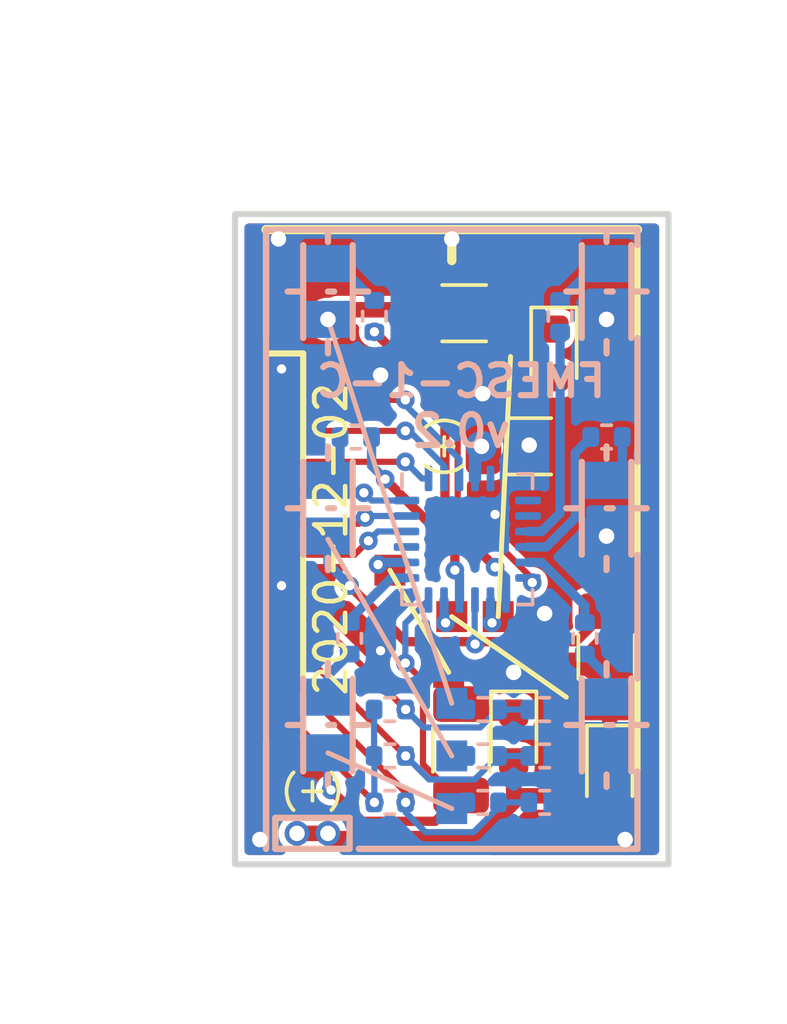
<source format=kicad_pcb>
(kicad_pcb (version 20171130) (host pcbnew 5.1.8)

  (general
    (thickness 1)
    (drawings 40)
    (tracks 196)
    (zones 0)
    (modules 40)
    (nets 41)
  )

  (page A4)
  (title_block
    (title "FMESC-1-C PCB")
    (date 2020-12-02)
    (rev v0.2)
    (company sceext)
  )

  (layers
    (0 F.Cu mixed)
    (31 B.Cu mixed)
    (32 B.Adhes user)
    (33 F.Adhes user)
    (34 B.Paste user)
    (35 F.Paste user)
    (36 B.SilkS user)
    (37 F.SilkS user)
    (38 B.Mask user)
    (39 F.Mask user)
    (40 Dwgs.User user)
    (41 Cmts.User user)
    (42 Eco1.User user)
    (43 Eco2.User user)
    (44 Edge.Cuts user)
    (45 Margin user)
    (46 B.CrtYd user)
    (47 F.CrtYd user)
    (48 B.Fab user)
    (49 F.Fab user)
  )

  (setup
    (last_trace_width 0.5)
    (user_trace_width 0.2)
    (user_trace_width 0.3)
    (user_trace_width 0.4)
    (user_trace_width 0.5)
    (user_trace_width 1)
    (trace_clearance 0.16)
    (zone_clearance 0.2)
    (zone_45_only no)
    (trace_min 0.16)
    (via_size 0.6)
    (via_drill 0.3)
    (via_min_size 0.6)
    (via_min_drill 0.3)
    (user_via 0.6 0.3)
    (user_via 0.8 0.4)
    (user_via 1 0.5)
    (uvia_size 0.59)
    (uvia_drill 0.29)
    (uvias_allowed no)
    (uvia_min_size 0.59)
    (uvia_min_drill 0.29)
    (edge_width 1)
    (segment_width 0.16)
    (pcb_text_width 0.12)
    (pcb_text_size 0.5 1)
    (mod_edge_width 0.16)
    (mod_text_size 0.5 1)
    (mod_text_width 0.12)
    (pad_size 1.524 1.524)
    (pad_drill 0.762)
    (pad_to_mask_clearance 0)
    (aux_axis_origin 113.5 75)
    (grid_origin 120.5 64.5)
    (visible_elements FFFDFF7F)
    (pcbplotparams
      (layerselection 0x010fc_ffffffff)
      (usegerberextensions false)
      (usegerberattributes true)
      (usegerberadvancedattributes true)
      (creategerberjobfile true)
      (excludeedgelayer true)
      (linewidth 0.100000)
      (plotframeref false)
      (viasonmask false)
      (mode 1)
      (useauxorigin false)
      (hpglpennumber 1)
      (hpglpenspeed 20)
      (hpglpendiameter 15.000000)
      (psnegative false)
      (psa4output false)
      (plotreference true)
      (plotvalue true)
      (plotinvisibletext false)
      (padsonsilk false)
      (subtractmaskfromsilk false)
      (outputformat 1)
      (mirror false)
      (drillshape 1)
      (scaleselection 1)
      (outputdirectory ""))
  )

  (net 0 "")
  (net 1 GND)
  (net 2 +BATT)
  (net 3 "Net-(U1-Pad21)")
  (net 4 "Net-(U1-Pad8)")
  (net 5 "Net-(U1-Pad7)")
  (net 6 "Net-(U1-Pad5)")
  (net 7 /A1)
  (net 8 "Net-(C1-Pad1)")
  (net 9 /B1)
  (net 10 "Net-(C2-Pad1)")
  (net 11 /C1)
  (net 12 "Net-(C3-Pad1)")
  (net 13 "Net-(J1-Pad2)")
  (net 14 "Net-(J2-Pad2)")
  (net 15 "Net-(J3-Pad2)")
  (net 16 "Net-(J4-Pad2)")
  (net 17 "Net-(J5-Pad2)")
  (net 18 "Net-(J6-Pad2)")
  (net 19 /ALG)
  (net 20 /AHG)
  (net 21 /BLG)
  (net 22 /BHG)
  (net 23 /CLG)
  (net 24 /CHG)
  (net 25 /SC)
  (net 26 /SB)
  (net 27 /SA)
  (net 28 /S0)
  (net 29 "Net-(JA2-Pad1)")
  (net 30 "Net-(JB2-Pad1)")
  (net 31 "Net-(JC2-Pad1)")
  (net 32 /GHA)
  (net 33 /GHB)
  (net 34 /GHC)
  (net 35 /GLA)
  (net 36 /GLB)
  (net 37 /GLC)
  (net 38 "Net-(JV1-Pad1)")
  (net 39 "Net-(JV3-Pad1)")
  (net 40 "Net-(JV5-Pad1)")

  (net_class Default "This is the default net class."
    (clearance 0.16)
    (trace_width 0.16)
    (via_dia 0.6)
    (via_drill 0.3)
    (uvia_dia 0.59)
    (uvia_drill 0.29)
    (diff_pair_width 0.16)
    (diff_pair_gap 0.16)
    (add_net +BATT)
    (add_net /A1)
    (add_net /AHG)
    (add_net /ALG)
    (add_net /B1)
    (add_net /BHG)
    (add_net /BLG)
    (add_net /C1)
    (add_net /CHG)
    (add_net /CLG)
    (add_net /GHA)
    (add_net /GHB)
    (add_net /GHC)
    (add_net /GLA)
    (add_net /GLB)
    (add_net /GLC)
    (add_net /S0)
    (add_net /SA)
    (add_net /SB)
    (add_net /SC)
    (add_net GND)
    (add_net "Net-(C1-Pad1)")
    (add_net "Net-(C2-Pad1)")
    (add_net "Net-(C3-Pad1)")
    (add_net "Net-(J1-Pad2)")
    (add_net "Net-(J2-Pad2)")
    (add_net "Net-(J3-Pad2)")
    (add_net "Net-(J4-Pad2)")
    (add_net "Net-(J5-Pad2)")
    (add_net "Net-(J6-Pad2)")
    (add_net "Net-(JA2-Pad1)")
    (add_net "Net-(JB2-Pad1)")
    (add_net "Net-(JC2-Pad1)")
    (add_net "Net-(JV1-Pad1)")
    (add_net "Net-(JV3-Pad1)")
    (add_net "Net-(JV5-Pad1)")
    (add_net "Net-(U1-Pad21)")
    (add_net "Net-(U1-Pad5)")
    (add_net "Net-(U1-Pad7)")
    (add_net "Net-(U1-Pad8)")
  )

  (module fmlibf:JS_1P_1x1mm (layer F.Cu) (tedit 5FC3DA03) (tstamp 5FC43F70)
    (at 122.4 58.6)
    (path /5FC7B103)
    (attr smd)
    (fp_text reference JV6 (at -1.5 0.5) (layer F.SilkS) hide
      (effects (font (size 0.8 0.8) (thickness 0.12)))
    )
    (fp_text value Conn_01x01 (at 0 -1.6) (layer F.Fab) hide
      (effects (font (size 1 1) (thickness 0.15)))
    )
    (fp_line (start -0.5 -0.5) (end 0.5 -0.5) (layer F.CrtYd) (width 0.1))
    (fp_line (start 0.5 -0.5) (end 0.5 0.5) (layer F.CrtYd) (width 0.1))
    (fp_line (start 0.5 0.5) (end -0.5 0.5) (layer F.CrtYd) (width 0.1))
    (fp_line (start -0.5 0.5) (end -0.5 -0.5) (layer F.CrtYd) (width 0.1))
    (pad 1 smd rect (at 0 0) (size 1 1) (layers F.Cu F.Paste F.Mask)
      (net 12 "Net-(C3-Pad1)"))
  )

  (module fmlibf:JS_1P_1x1mm (layer F.Cu) (tedit 5FC3DA03) (tstamp 5FC43F67)
    (at 122 67)
    (path /5FC6D74E)
    (attr smd)
    (fp_text reference JV5 (at 0.5 -1.5 90) (layer F.SilkS) hide
      (effects (font (size 0.8 0.8) (thickness 0.12)))
    )
    (fp_text value Conn_01x01 (at 0 -1.6) (layer F.Fab) hide
      (effects (font (size 1 1) (thickness 0.15)))
    )
    (fp_line (start -0.5 -0.5) (end 0.5 -0.5) (layer F.CrtYd) (width 0.1))
    (fp_line (start 0.5 -0.5) (end 0.5 0.5) (layer F.CrtYd) (width 0.1))
    (fp_line (start 0.5 0.5) (end -0.5 0.5) (layer F.CrtYd) (width 0.1))
    (fp_line (start -0.5 0.5) (end -0.5 -0.5) (layer F.CrtYd) (width 0.1))
    (pad 1 smd rect (at 0 0) (size 1 1) (layers F.Cu F.Paste F.Mask)
      (net 40 "Net-(JV5-Pad1)"))
  )

  (module fmlibf:JS_1P_1x1mm (layer F.Cu) (tedit 5FC3DA03) (tstamp 5FC43F5E)
    (at 124.2 69.6)
    (path /5FC7ABB9)
    (attr smd)
    (fp_text reference JV4 (at 0 -1.5 90) (layer F.SilkS) hide
      (effects (font (size 0.8 0.8) (thickness 0.12)))
    )
    (fp_text value Conn_01x01 (at 0 -1.6) (layer F.Fab) hide
      (effects (font (size 1 1) (thickness 0.15)))
    )
    (fp_line (start -0.5 -0.5) (end 0.5 -0.5) (layer F.CrtYd) (width 0.1))
    (fp_line (start 0.5 -0.5) (end 0.5 0.5) (layer F.CrtYd) (width 0.1))
    (fp_line (start 0.5 0.5) (end -0.5 0.5) (layer F.CrtYd) (width 0.1))
    (fp_line (start -0.5 0.5) (end -0.5 -0.5) (layer F.CrtYd) (width 0.1))
    (pad 1 smd rect (at 0 0) (size 1 1) (layers F.Cu F.Paste F.Mask)
      (net 10 "Net-(C2-Pad1)"))
  )

  (module fmlibf:JS_1P_1x1mm (layer F.Cu) (tedit 5FC3DA03) (tstamp 5FC43F55)
    (at 120.5 67)
    (path /5FC6D241)
    (attr smd)
    (fp_text reference JV3 (at 0.5 -1.5 90) (layer F.SilkS) hide
      (effects (font (size 0.8 0.8) (thickness 0.12)))
    )
    (fp_text value Conn_01x01 (at 0 -1.6) (layer F.Fab) hide
      (effects (font (size 1 1) (thickness 0.15)))
    )
    (fp_line (start -0.5 -0.5) (end 0.5 -0.5) (layer F.CrtYd) (width 0.1))
    (fp_line (start 0.5 -0.5) (end 0.5 0.5) (layer F.CrtYd) (width 0.1))
    (fp_line (start 0.5 0.5) (end -0.5 0.5) (layer F.CrtYd) (width 0.1))
    (fp_line (start -0.5 0.5) (end -0.5 -0.5) (layer F.CrtYd) (width 0.1))
    (pad 1 smd rect (at 0 0) (size 1 1) (layers F.Cu F.Paste F.Mask)
      (net 39 "Net-(JV3-Pad1)"))
  )

  (module fmlibf:JS_1P_1x1mm (layer F.Cu) (tedit 5FC3DA03) (tstamp 5FC43F4C)
    (at 120.4 68.8)
    (path /5FC6F816)
    (attr smd)
    (fp_text reference JV2 (at -1.5 -0.1 180) (layer F.SilkS) hide
      (effects (font (size 0.8 0.8) (thickness 0.12)))
    )
    (fp_text value Conn_01x01 (at 0 -1.6) (layer F.Fab) hide
      (effects (font (size 1 1) (thickness 0.15)))
    )
    (fp_line (start -0.5 -0.5) (end 0.5 -0.5) (layer F.CrtYd) (width 0.1))
    (fp_line (start 0.5 -0.5) (end 0.5 0.5) (layer F.CrtYd) (width 0.1))
    (fp_line (start 0.5 0.5) (end -0.5 0.5) (layer F.CrtYd) (width 0.1))
    (fp_line (start -0.5 0.5) (end -0.5 -0.5) (layer F.CrtYd) (width 0.1))
    (pad 1 smd rect (at 0 0) (size 1 1) (layers F.Cu F.Paste F.Mask)
      (net 8 "Net-(C1-Pad1)"))
  )

  (module fmlibf:JS_1P_1x1mm (layer F.Cu) (tedit 5FC3DA03) (tstamp 5FC43F43)
    (at 118.5 65.5)
    (path /5FC65153)
    (attr smd)
    (fp_text reference JV1 (at 0.5 -1.5 90) (layer F.SilkS) hide
      (effects (font (size 0.8 0.8) (thickness 0.12)))
    )
    (fp_text value Conn_01x01 (at 0 -1.6) (layer F.Fab) hide
      (effects (font (size 1 1) (thickness 0.15)))
    )
    (fp_line (start -0.5 -0.5) (end 0.5 -0.5) (layer F.CrtYd) (width 0.1))
    (fp_line (start 0.5 -0.5) (end 0.5 0.5) (layer F.CrtYd) (width 0.1))
    (fp_line (start 0.5 0.5) (end -0.5 0.5) (layer F.CrtYd) (width 0.1))
    (fp_line (start -0.5 0.5) (end -0.5 -0.5) (layer F.CrtYd) (width 0.1))
    (pad 1 smd rect (at 0 0) (size 1 1) (layers F.Cu F.Paste F.Mask)
      (net 38 "Net-(JV1-Pad1)"))
  )

  (module fmlibf:JS_12P_1.0mm (layer F.Cu) (tedit 5FC3DA28) (tstamp 5FC43F10)
    (at 115 64.5 270)
    (path /5FC3EE6E)
    (attr smd)
    (fp_text reference JM1 (at 5.5 -2.5 180) (layer F.SilkS) hide
      (effects (font (size 1 1) (thickness 0.15)))
    )
    (fp_text value Conn_01x12 (at 0 -1.6 90) (layer F.Fab) hide
      (effects (font (size 1 1) (thickness 0.15)))
    )
    (fp_line (start -5.8 -0.5) (end -5.8 0.5) (layer F.CrtYd) (width 0.1))
    (fp_line (start 5.8 -0.5) (end -5.8 -0.5) (layer F.CrtYd) (width 0.1))
    (fp_line (start 5.8 0.5) (end 5.8 -0.5) (layer F.CrtYd) (width 0.1))
    (fp_line (start -5.8 0.5) (end 5.8 0.5) (layer F.CrtYd) (width 0.1))
    (fp_line (start -6 -0.7) (end 6 -0.7) (layer F.SilkS) (width 0.2))
    (fp_line (start -6 0.5) (end -6 -0.7) (layer F.SilkS) (width 0.2))
    (pad 12 smd rect (at 5.5 0 270) (size 0.5 1) (layers F.Cu F.Paste F.Mask)
      (net 28 /S0))
    (pad 11 smd rect (at 4.5 0 270) (size 0.5 1) (layers F.Cu F.Paste F.Mask)
      (net 27 /SA))
    (pad 10 smd rect (at 3.5 0 270) (size 0.5 1) (layers F.Cu F.Paste F.Mask)
      (net 26 /SB))
    (pad 9 smd rect (at 2.5 0 270) (size 0.5 1) (layers F.Cu F.Paste F.Mask)
      (net 25 /SC))
    (pad 8 smd rect (at 1.5 0 270) (size 0.5 1) (layers F.Cu F.Paste F.Mask)
      (net 1 GND))
    (pad 7 smd rect (at 0.5 0 270) (size 0.5 1) (layers F.Cu F.Paste F.Mask)
      (net 32 /GHA))
    (pad 6 smd rect (at -0.5 0 270) (size 0.5 1) (layers F.Cu F.Paste F.Mask)
      (net 33 /GHB))
    (pad 5 smd rect (at -1.5 0 270) (size 0.5 1) (layers F.Cu F.Paste F.Mask)
      (net 34 /GHC))
    (pad 4 smd rect (at -2.5 0 270) (size 0.5 1) (layers F.Cu F.Paste F.Mask)
      (net 35 /GLA))
    (pad 3 smd rect (at -3.5 0 270) (size 0.5 1) (layers F.Cu F.Paste F.Mask)
      (net 36 /GLB))
    (pad 2 smd rect (at -4.5 0 270) (size 0.5 1) (layers F.Cu F.Paste F.Mask)
      (net 37 /GLC))
    (pad 1 smd rect (at -5.5 0 270) (size 0.5 1) (layers F.Cu F.Paste F.Mask)
      (net 1 GND))
  )

  (module fmlibf:JS_1P_1x1mm (layer B.Cu) (tedit 5FC3DA03) (tstamp 5FC43EFA)
    (at 120.5 69.8)
    (path /5FC526E4)
    (attr smd)
    (fp_text reference JC2 (at 0 -1) (layer B.SilkS) hide
      (effects (font (size 0.8 0.8) (thickness 0.12)) (justify mirror))
    )
    (fp_text value Conn_01x01 (at 0 1.6) (layer B.Fab) hide
      (effects (font (size 1 1) (thickness 0.15)) (justify mirror))
    )
    (fp_line (start -0.5 0.5) (end 0.5 0.5) (layer B.CrtYd) (width 0.1))
    (fp_line (start 0.5 0.5) (end 0.5 -0.5) (layer B.CrtYd) (width 0.1))
    (fp_line (start 0.5 -0.5) (end -0.5 -0.5) (layer B.CrtYd) (width 0.1))
    (fp_line (start -0.5 -0.5) (end -0.5 0.5) (layer B.CrtYd) (width 0.1))
    (pad 1 smd rect (at 0 0) (size 1 1) (layers B.Cu B.Paste B.Mask)
      (net 31 "Net-(JC2-Pad1)"))
  )

  (module fmlibf:JS_1P_1x1mm (layer B.Cu) (tedit 5FC3DA03) (tstamp 5FC43EE8)
    (at 120.5 71.5)
    (path /5FC5230C)
    (attr smd)
    (fp_text reference JB2 (at 0 -1.6) (layer B.SilkS) hide
      (effects (font (size 1 1) (thickness 0.15)) (justify mirror))
    )
    (fp_text value Conn_01x01 (at 0 1.6) (layer B.Fab) hide
      (effects (font (size 1 1) (thickness 0.15)) (justify mirror))
    )
    (fp_line (start -0.5 0.5) (end 0.5 0.5) (layer B.CrtYd) (width 0.1))
    (fp_line (start 0.5 0.5) (end 0.5 -0.5) (layer B.CrtYd) (width 0.1))
    (fp_line (start 0.5 -0.5) (end -0.5 -0.5) (layer B.CrtYd) (width 0.1))
    (fp_line (start -0.5 -0.5) (end -0.5 0.5) (layer B.CrtYd) (width 0.1))
    (pad 1 smd rect (at 0 0) (size 1 1) (layers B.Cu B.Paste B.Mask)
      (net 30 "Net-(JB2-Pad1)"))
  )

  (module fmlibf:JS_1P_1x1mm (layer B.Cu) (tedit 5FC3DA03) (tstamp 5FC43ED6)
    (at 120.5 73.2)
    (path /5FC51FC3)
    (attr smd)
    (fp_text reference JA2 (at 0 -1.6) (layer B.SilkS) hide
      (effects (font (size 1 1) (thickness 0.15)) (justify mirror))
    )
    (fp_text value Conn_01x01 (at 0 1.6) (layer B.Fab) hide
      (effects (font (size 1 1) (thickness 0.15)) (justify mirror))
    )
    (fp_line (start -0.5 0.5) (end 0.5 0.5) (layer B.CrtYd) (width 0.1))
    (fp_line (start 0.5 0.5) (end 0.5 -0.5) (layer B.CrtYd) (width 0.1))
    (fp_line (start 0.5 -0.5) (end -0.5 -0.5) (layer B.CrtYd) (width 0.1))
    (fp_line (start -0.5 -0.5) (end -0.5 0.5) (layer B.CrtYd) (width 0.1))
    (pad 1 smd rect (at 0 0) (size 1 1) (layers B.Cu B.Paste B.Mask)
      (net 29 "Net-(JA2-Pad1)"))
  )

  (module fmlibf:FMPCBVDL-1-S (layer B.Cu) (tedit 5FC3DA14) (tstamp 5FA7D01F)
    (at 116.5 56.5 90)
    (path /5FA78A0C)
    (attr smd)
    (fp_text reference J6 (at 0 -2.2 90) (layer B.SilkS) hide
      (effects (font (size 1 1) (thickness 0.15)) (justify mirror))
    )
    (fp_text value Conn_01x02 (at 0 2.1 90) (layer B.Fab) hide
      (effects (font (size 1 1) (thickness 0.15)) (justify mirror))
    )
    (fp_line (start -1.6 0) (end -2 0) (layer B.SilkS) (width 0.2))
    (fp_line (start 1.6 0) (end 2 0) (layer B.SilkS) (width 0.2))
    (fp_line (start 0 0) (end 0 0.2) (layer B.SilkS) (width 0.2))
    (fp_line (start 0 -0.8) (end 0 -1.3) (layer B.SilkS) (width 0.2))
    (fp_line (start 0 0.8) (end 0 1.3) (layer B.SilkS) (width 0.2))
    (fp_line (start -1.5 -0.8) (end 1.5 -0.8) (layer B.SilkS) (width 0.2))
    (fp_line (start -1.5 0.8) (end 1.5 0.8) (layer B.SilkS) (width 0.2))
    (fp_line (start -1.5 -0.8) (end -1.5 0.8) (layer B.CrtYd) (width 0.1))
    (fp_line (start 1.5 -0.8) (end -1.5 -0.8) (layer B.CrtYd) (width 0.1))
    (fp_line (start 1.5 0.8) (end 1.5 -0.8) (layer B.CrtYd) (width 0.1))
    (fp_line (start -1.5 0.8) (end 1.5 0.8) (layer B.CrtYd) (width 0.1))
    (fp_line (start -1.4 -0.7) (end -1.4 0.7) (layer Cmts.User) (width 0.12))
    (fp_line (start 1.4 -0.7) (end -1.4 -0.7) (layer Cmts.User) (width 0.12))
    (fp_line (start 1.4 0.7) (end 1.4 -0.7) (layer Cmts.User) (width 0.12))
    (fp_line (start -1.4 0.7) (end 1.4 0.7) (layer Cmts.User) (width 0.12))
    (pad 1 smd rect (at -0.9 0 90) (size 1.2 1.4) (layers B.Cu B.Paste B.Mask)
      (net 11 /C1))
    (pad 2 smd rect (at 0.9 0 90) (size 1.2 1.4) (layers B.Cu B.Paste B.Mask)
      (net 18 "Net-(J6-Pad2)"))
  )

  (module fmlibf:FMPCBVDL-1-S (layer B.Cu) (tedit 5FC3DA14) (tstamp 5FA7D009)
    (at 125.5 56.5 90)
    (path /5FA78754)
    (attr smd)
    (fp_text reference J5 (at 0 -2.2 90) (layer B.SilkS) hide
      (effects (font (size 1 1) (thickness 0.15)) (justify mirror))
    )
    (fp_text value Conn_01x02 (at 0 2.1 90) (layer B.Fab) hide
      (effects (font (size 1 1) (thickness 0.15)) (justify mirror))
    )
    (fp_line (start -1.6 0) (end -2 0) (layer B.SilkS) (width 0.2))
    (fp_line (start 1.6 0) (end 2 0) (layer B.SilkS) (width 0.2))
    (fp_line (start 0 0) (end 0 0.2) (layer B.SilkS) (width 0.2))
    (fp_line (start 0 -0.8) (end 0 -1.3) (layer B.SilkS) (width 0.2))
    (fp_line (start 0 0.8) (end 0 1.3) (layer B.SilkS) (width 0.2))
    (fp_line (start -1.5 -0.8) (end 1.5 -0.8) (layer B.SilkS) (width 0.2))
    (fp_line (start -1.5 0.8) (end 1.5 0.8) (layer B.SilkS) (width 0.2))
    (fp_line (start -1.5 -0.8) (end -1.5 0.8) (layer B.CrtYd) (width 0.1))
    (fp_line (start 1.5 -0.8) (end -1.5 -0.8) (layer B.CrtYd) (width 0.1))
    (fp_line (start 1.5 0.8) (end 1.5 -0.8) (layer B.CrtYd) (width 0.1))
    (fp_line (start -1.5 0.8) (end 1.5 0.8) (layer B.CrtYd) (width 0.1))
    (fp_line (start -1.4 -0.7) (end -1.4 0.7) (layer Cmts.User) (width 0.12))
    (fp_line (start 1.4 -0.7) (end -1.4 -0.7) (layer Cmts.User) (width 0.12))
    (fp_line (start 1.4 0.7) (end 1.4 -0.7) (layer Cmts.User) (width 0.12))
    (fp_line (start -1.4 0.7) (end 1.4 0.7) (layer Cmts.User) (width 0.12))
    (pad 1 smd rect (at -0.9 0 90) (size 1.2 1.4) (layers B.Cu B.Paste B.Mask)
      (net 1 GND))
    (pad 2 smd rect (at 0.9 0 90) (size 1.2 1.4) (layers B.Cu B.Paste B.Mask)
      (net 17 "Net-(J5-Pad2)"))
  )

  (module fmlibf:FMPCBVDL-1-S (layer B.Cu) (tedit 5FC3DA14) (tstamp 5FA7CFF3)
    (at 116.5 63.5 90)
    (path /5FA78506)
    (attr smd)
    (fp_text reference J4 (at 0 -2.2 90) (layer B.SilkS) hide
      (effects (font (size 1 1) (thickness 0.15)) (justify mirror))
    )
    (fp_text value Conn_01x02 (at 0 2.1 90) (layer B.Fab) hide
      (effects (font (size 1 1) (thickness 0.15)) (justify mirror))
    )
    (fp_line (start -1.6 0) (end -2 0) (layer B.SilkS) (width 0.2))
    (fp_line (start 1.6 0) (end 2 0) (layer B.SilkS) (width 0.2))
    (fp_line (start 0 0) (end 0 0.2) (layer B.SilkS) (width 0.2))
    (fp_line (start 0 -0.8) (end 0 -1.3) (layer B.SilkS) (width 0.2))
    (fp_line (start 0 0.8) (end 0 1.3) (layer B.SilkS) (width 0.2))
    (fp_line (start -1.5 -0.8) (end 1.5 -0.8) (layer B.SilkS) (width 0.2))
    (fp_line (start -1.5 0.8) (end 1.5 0.8) (layer B.SilkS) (width 0.2))
    (fp_line (start -1.5 -0.8) (end -1.5 0.8) (layer B.CrtYd) (width 0.1))
    (fp_line (start 1.5 -0.8) (end -1.5 -0.8) (layer B.CrtYd) (width 0.1))
    (fp_line (start 1.5 0.8) (end 1.5 -0.8) (layer B.CrtYd) (width 0.1))
    (fp_line (start -1.5 0.8) (end 1.5 0.8) (layer B.CrtYd) (width 0.1))
    (fp_line (start -1.4 -0.7) (end -1.4 0.7) (layer Cmts.User) (width 0.12))
    (fp_line (start 1.4 -0.7) (end -1.4 -0.7) (layer Cmts.User) (width 0.12))
    (fp_line (start 1.4 0.7) (end 1.4 -0.7) (layer Cmts.User) (width 0.12))
    (fp_line (start -1.4 0.7) (end 1.4 0.7) (layer Cmts.User) (width 0.12))
    (pad 1 smd rect (at -0.9 0 90) (size 1.2 1.4) (layers B.Cu B.Paste B.Mask)
      (net 9 /B1))
    (pad 2 smd rect (at 0.9 0 90) (size 1.2 1.4) (layers B.Cu B.Paste B.Mask)
      (net 16 "Net-(J4-Pad2)"))
  )

  (module fmlibf:FMPCBVDL-1-S (layer B.Cu) (tedit 5FC3DA14) (tstamp 5FA7CFDD)
    (at 125.5 63.5 90)
    (path /5FA782AA)
    (attr smd)
    (fp_text reference J3 (at 0 -2.2 90) (layer B.SilkS) hide
      (effects (font (size 1 1) (thickness 0.15)) (justify mirror))
    )
    (fp_text value Conn_01x02 (at 0 2.1 90) (layer B.Fab) hide
      (effects (font (size 1 1) (thickness 0.15)) (justify mirror))
    )
    (fp_line (start -1.6 0) (end -2 0) (layer B.SilkS) (width 0.2))
    (fp_line (start 1.6 0) (end 2 0) (layer B.SilkS) (width 0.2))
    (fp_line (start 0 0) (end 0 0.2) (layer B.SilkS) (width 0.2))
    (fp_line (start 0 -0.8) (end 0 -1.3) (layer B.SilkS) (width 0.2))
    (fp_line (start 0 0.8) (end 0 1.3) (layer B.SilkS) (width 0.2))
    (fp_line (start -1.5 -0.8) (end 1.5 -0.8) (layer B.SilkS) (width 0.2))
    (fp_line (start -1.5 0.8) (end 1.5 0.8) (layer B.SilkS) (width 0.2))
    (fp_line (start -1.5 -0.8) (end -1.5 0.8) (layer B.CrtYd) (width 0.1))
    (fp_line (start 1.5 -0.8) (end -1.5 -0.8) (layer B.CrtYd) (width 0.1))
    (fp_line (start 1.5 0.8) (end 1.5 -0.8) (layer B.CrtYd) (width 0.1))
    (fp_line (start -1.5 0.8) (end 1.5 0.8) (layer B.CrtYd) (width 0.1))
    (fp_line (start -1.4 -0.7) (end -1.4 0.7) (layer Cmts.User) (width 0.12))
    (fp_line (start 1.4 -0.7) (end -1.4 -0.7) (layer Cmts.User) (width 0.12))
    (fp_line (start 1.4 0.7) (end 1.4 -0.7) (layer Cmts.User) (width 0.12))
    (fp_line (start -1.4 0.7) (end 1.4 0.7) (layer Cmts.User) (width 0.12))
    (pad 1 smd rect (at -0.9 0 90) (size 1.2 1.4) (layers B.Cu B.Paste B.Mask)
      (net 1 GND))
    (pad 2 smd rect (at 0.9 0 90) (size 1.2 1.4) (layers B.Cu B.Paste B.Mask)
      (net 15 "Net-(J3-Pad2)"))
  )

  (module fmlibf:FMPCBVDL-1-S (layer B.Cu) (tedit 5FC3DA14) (tstamp 5FA7CFC7)
    (at 116.5 70.5 90)
    (path /5FA78031)
    (attr smd)
    (fp_text reference J2 (at 0 -2.2 90) (layer B.SilkS) hide
      (effects (font (size 1 1) (thickness 0.15)) (justify mirror))
    )
    (fp_text value Conn_01x02 (at 0 2.1 90) (layer B.Fab) hide
      (effects (font (size 1 1) (thickness 0.15)) (justify mirror))
    )
    (fp_line (start -1.6 0) (end -2 0) (layer B.SilkS) (width 0.2))
    (fp_line (start 1.6 0) (end 2 0) (layer B.SilkS) (width 0.2))
    (fp_line (start 0 0) (end 0 0.2) (layer B.SilkS) (width 0.2))
    (fp_line (start 0 -0.8) (end 0 -1.3) (layer B.SilkS) (width 0.2))
    (fp_line (start 0 0.8) (end 0 1.3) (layer B.SilkS) (width 0.2))
    (fp_line (start -1.5 -0.8) (end 1.5 -0.8) (layer B.SilkS) (width 0.2))
    (fp_line (start -1.5 0.8) (end 1.5 0.8) (layer B.SilkS) (width 0.2))
    (fp_line (start -1.5 -0.8) (end -1.5 0.8) (layer B.CrtYd) (width 0.1))
    (fp_line (start 1.5 -0.8) (end -1.5 -0.8) (layer B.CrtYd) (width 0.1))
    (fp_line (start 1.5 0.8) (end 1.5 -0.8) (layer B.CrtYd) (width 0.1))
    (fp_line (start -1.5 0.8) (end 1.5 0.8) (layer B.CrtYd) (width 0.1))
    (fp_line (start -1.4 -0.7) (end -1.4 0.7) (layer Cmts.User) (width 0.12))
    (fp_line (start 1.4 -0.7) (end -1.4 -0.7) (layer Cmts.User) (width 0.12))
    (fp_line (start 1.4 0.7) (end 1.4 -0.7) (layer Cmts.User) (width 0.12))
    (fp_line (start -1.4 0.7) (end 1.4 0.7) (layer Cmts.User) (width 0.12))
    (pad 1 smd rect (at -0.9 0 90) (size 1.2 1.4) (layers B.Cu B.Paste B.Mask)
      (net 7 /A1))
    (pad 2 smd rect (at 0.9 0 90) (size 1.2 1.4) (layers B.Cu B.Paste B.Mask)
      (net 14 "Net-(J2-Pad2)"))
  )

  (module fmlibf:FMPCBVDL-1-S (layer B.Cu) (tedit 5FC3DA14) (tstamp 5FA7CFB1)
    (at 125.5 70.5 90)
    (path /5FA76D48)
    (attr smd)
    (fp_text reference J1 (at 0 -2.2 90) (layer B.SilkS) hide
      (effects (font (size 1 1) (thickness 0.15)) (justify mirror))
    )
    (fp_text value Conn_01x02 (at 0 2.1 90) (layer B.Fab) hide
      (effects (font (size 1 1) (thickness 0.15)) (justify mirror))
    )
    (fp_line (start -1.6 0) (end -2 0) (layer B.SilkS) (width 0.2))
    (fp_line (start 1.6 0) (end 2 0) (layer B.SilkS) (width 0.2))
    (fp_line (start 0 0) (end 0 0.2) (layer B.SilkS) (width 0.2))
    (fp_line (start 0 -0.8) (end 0 -1.3) (layer B.SilkS) (width 0.2))
    (fp_line (start 0 0.8) (end 0 1.3) (layer B.SilkS) (width 0.2))
    (fp_line (start -1.5 -0.8) (end 1.5 -0.8) (layer B.SilkS) (width 0.2))
    (fp_line (start -1.5 0.8) (end 1.5 0.8) (layer B.SilkS) (width 0.2))
    (fp_line (start -1.5 -0.8) (end -1.5 0.8) (layer B.CrtYd) (width 0.1))
    (fp_line (start 1.5 -0.8) (end -1.5 -0.8) (layer B.CrtYd) (width 0.1))
    (fp_line (start 1.5 0.8) (end 1.5 -0.8) (layer B.CrtYd) (width 0.1))
    (fp_line (start -1.5 0.8) (end 1.5 0.8) (layer B.CrtYd) (width 0.1))
    (fp_line (start -1.4 -0.7) (end -1.4 0.7) (layer Cmts.User) (width 0.12))
    (fp_line (start 1.4 -0.7) (end -1.4 -0.7) (layer Cmts.User) (width 0.12))
    (fp_line (start 1.4 0.7) (end 1.4 -0.7) (layer Cmts.User) (width 0.12))
    (fp_line (start -1.4 0.7) (end 1.4 0.7) (layer Cmts.User) (width 0.12))
    (pad 1 smd rect (at -0.9 0 90) (size 1.2 1.4) (layers B.Cu B.Paste B.Mask)
      (net 1 GND))
    (pad 2 smd rect (at 0.9 0 90) (size 1.2 1.4) (layers B.Cu B.Paste B.Mask)
      (net 13 "Net-(J1-Pad2)"))
  )

  (module fmlibf:QFN-24-1EP_4x4mm_P0.5mm_EP2.7x2.7mm_nopad (layer B.Cu) (tedit 5FB13265) (tstamp 5FA7D0E3)
    (at 121 64.5 270)
    (descr "QFN, 24 Pin (http://www.alfarzpp.lv/eng/sc/AS3330.pdf), generated with kicad-footprint-generator ipc_noLead_generator.py")
    (tags "QFN NoLead")
    (path /5FAA6DF6)
    (attr smd)
    (fp_text reference U1 (at 0 3.32 90) (layer B.SilkS) hide
      (effects (font (size 1 1) (thickness 0.15)) (justify mirror))
    )
    (fp_text value FD6288Q (at 0 -3.32 90) (layer B.Fab)
      (effects (font (size 1 1) (thickness 0.15)) (justify mirror))
    )
    (fp_line (start 2.62 2.62) (end -2.62 2.62) (layer B.CrtYd) (width 0.05))
    (fp_line (start 2.62 -2.62) (end 2.62 2.62) (layer B.CrtYd) (width 0.05))
    (fp_line (start -2.62 -2.62) (end 2.62 -2.62) (layer B.CrtYd) (width 0.05))
    (fp_line (start -2.62 2.62) (end -2.62 -2.62) (layer B.CrtYd) (width 0.05))
    (fp_line (start -2 1) (end -1 2) (layer B.Fab) (width 0.1))
    (fp_line (start -2 -2) (end -2 1) (layer B.Fab) (width 0.1))
    (fp_line (start 2 -2) (end -2 -2) (layer B.Fab) (width 0.1))
    (fp_line (start 2 2) (end 2 -2) (layer B.Fab) (width 0.1))
    (fp_line (start -1 2) (end 2 2) (layer B.Fab) (width 0.1))
    (fp_line (start -1.635 2.11) (end -2.11 2.11) (layer B.SilkS) (width 0.12))
    (fp_line (start 2.11 -2.11) (end 2.11 -1.635) (layer B.SilkS) (width 0.12))
    (fp_line (start 1.635 -2.11) (end 2.11 -2.11) (layer B.SilkS) (width 0.12))
    (fp_line (start -2.11 -2.11) (end -2.11 -1.635) (layer B.SilkS) (width 0.12))
    (fp_line (start -1.635 -2.11) (end -2.11 -2.11) (layer B.SilkS) (width 0.12))
    (fp_line (start 2.11 2.11) (end 2.11 1.635) (layer B.SilkS) (width 0.12))
    (fp_line (start 1.635 2.11) (end 2.11 2.11) (layer B.SilkS) (width 0.12))
    (fp_text user %R (at 0 0 90) (layer B.Fab)
      (effects (font (size 1 1) (thickness 0.15)) (justify mirror))
    )
    (pad 24 smd roundrect (at -1.25 1.9625 270) (size 0.25 0.825) (layers B.Cu B.Paste B.Mask) (roundrect_rratio 0.25)
      (net 34 /GHC))
    (pad 23 smd roundrect (at -0.75 1.9625 270) (size 0.25 0.825) (layers B.Cu B.Paste B.Mask) (roundrect_rratio 0.25)
      (net 33 /GHB))
    (pad 22 smd roundrect (at -0.25 1.9625 270) (size 0.25 0.825) (layers B.Cu B.Paste B.Mask) (roundrect_rratio 0.25)
      (net 32 /GHA))
    (pad 21 smd roundrect (at 0.25 1.9625 270) (size 0.25 0.825) (layers B.Cu B.Paste B.Mask) (roundrect_rratio 0.25)
      (net 3 "Net-(U1-Pad21)"))
    (pad 20 smd roundrect (at 0.75 1.9625 270) (size 0.25 0.825) (layers B.Cu B.Paste B.Mask) (roundrect_rratio 0.25)
      (net 38 "Net-(JV1-Pad1)"))
    (pad 19 smd roundrect (at 1.25 1.9625 270) (size 0.25 0.825) (layers B.Cu B.Paste B.Mask) (roundrect_rratio 0.25)
      (net 20 /AHG))
    (pad 18 smd roundrect (at 1.9625 1.25 270) (size 0.825 0.25) (layers B.Cu B.Paste B.Mask) (roundrect_rratio 0.25)
      (net 7 /A1))
    (pad 17 smd roundrect (at 1.9625 0.75 270) (size 0.825 0.25) (layers B.Cu B.Paste B.Mask) (roundrect_rratio 0.25)
      (net 39 "Net-(JV3-Pad1)"))
    (pad 16 smd roundrect (at 1.9625 0.25 270) (size 0.825 0.25) (layers B.Cu B.Paste B.Mask) (roundrect_rratio 0.25)
      (net 22 /BHG))
    (pad 15 smd roundrect (at 1.9625 -0.25 270) (size 0.825 0.25) (layers B.Cu B.Paste B.Mask) (roundrect_rratio 0.25)
      (net 9 /B1))
    (pad 14 smd roundrect (at 1.9625 -0.75 270) (size 0.825 0.25) (layers B.Cu B.Paste B.Mask) (roundrect_rratio 0.25)
      (net 40 "Net-(JV5-Pad1)"))
    (pad 13 smd roundrect (at 1.9625 -1.25 270) (size 0.825 0.25) (layers B.Cu B.Paste B.Mask) (roundrect_rratio 0.25)
      (net 24 /CHG))
    (pad 12 smd roundrect (at 1.25 -1.9625 270) (size 0.25 0.825) (layers B.Cu B.Paste B.Mask) (roundrect_rratio 0.25)
      (net 11 /C1))
    (pad 11 smd roundrect (at 0.75 -1.9625 270) (size 0.25 0.825) (layers B.Cu B.Paste B.Mask) (roundrect_rratio 0.25)
      (net 19 /ALG))
    (pad 10 smd roundrect (at 0.25 -1.9625 270) (size 0.25 0.825) (layers B.Cu B.Paste B.Mask) (roundrect_rratio 0.25)
      (net 21 /BLG))
    (pad 9 smd roundrect (at -0.25 -1.9625 270) (size 0.25 0.825) (layers B.Cu B.Paste B.Mask) (roundrect_rratio 0.25)
      (net 23 /CLG))
    (pad 8 smd roundrect (at -0.75 -1.9625 270) (size 0.25 0.825) (layers B.Cu B.Paste B.Mask) (roundrect_rratio 0.25)
      (net 4 "Net-(U1-Pad8)"))
    (pad 7 smd roundrect (at -1.25 -1.9625 270) (size 0.25 0.825) (layers B.Cu B.Paste B.Mask) (roundrect_rratio 0.25)
      (net 5 "Net-(U1-Pad7)"))
    (pad 6 smd roundrect (at -1.9625 -1.25 270) (size 0.825 0.25) (layers B.Cu B.Paste B.Mask) (roundrect_rratio 0.25)
      (net 1 GND))
    (pad 5 smd roundrect (at -1.9625 -0.75 270) (size 0.825 0.25) (layers B.Cu B.Paste B.Mask) (roundrect_rratio 0.25)
      (net 6 "Net-(U1-Pad5)"))
    (pad 4 smd roundrect (at -1.9625 -0.25 270) (size 0.825 0.25) (layers B.Cu B.Paste B.Mask) (roundrect_rratio 0.25)
      (net 2 +BATT))
    (pad 3 smd roundrect (at -1.9625 0.25 270) (size 0.825 0.25) (layers B.Cu B.Paste B.Mask) (roundrect_rratio 0.25)
      (net 37 /GLC))
    (pad 2 smd roundrect (at -1.9625 0.75 270) (size 0.825 0.25) (layers B.Cu B.Paste B.Mask) (roundrect_rratio 0.25)
      (net 36 /GLB))
    (pad 1 smd roundrect (at -1.9625 1.25 270) (size 0.825 0.25) (layers B.Cu B.Paste B.Mask) (roundrect_rratio 0.25)
      (net 35 /GLA))
    (model ${KISYS3DMOD}/Package_DFN_QFN.3dshapes/QFN-24-1EP_4x4mm_P0.5mm_EP2.7x2.7mm.wrl
      (at (xyz 0 0 0))
      (scale (xyz 1 1 1))
      (rotate (xyz 0 0 0))
    )
  )

  (module Resistor_SMD:R_0402_1005Metric (layer B.Cu) (tedit 5F68FEEE) (tstamp 5FB19502)
    (at 118.5 70)
    (descr "Resistor SMD 0402 (1005 Metric), square (rectangular) end terminal, IPC_7351 nominal, (Body size source: IPC-SM-782 page 72, https://www.pcb-3d.com/wordpress/wp-content/uploads/ipc-sm-782a_amendment_1_and_2.pdf), generated with kicad-footprint-generator")
    (tags resistor)
    (path /5FB21566)
    (attr smd)
    (fp_text reference R23 (at 0 1.17) (layer B.SilkS) hide
      (effects (font (size 1 1) (thickness 0.15)) (justify mirror))
    )
    (fp_text value 2k (at 0 -1.17) (layer B.Fab)
      (effects (font (size 1 1) (thickness 0.15)) (justify mirror))
    )
    (fp_line (start 0.93 -0.47) (end -0.93 -0.47) (layer B.CrtYd) (width 0.05))
    (fp_line (start 0.93 0.47) (end 0.93 -0.47) (layer B.CrtYd) (width 0.05))
    (fp_line (start -0.93 0.47) (end 0.93 0.47) (layer B.CrtYd) (width 0.05))
    (fp_line (start -0.93 -0.47) (end -0.93 0.47) (layer B.CrtYd) (width 0.05))
    (fp_line (start -0.153641 -0.38) (end 0.153641 -0.38) (layer B.SilkS) (width 0.12))
    (fp_line (start -0.153641 0.38) (end 0.153641 0.38) (layer B.SilkS) (width 0.12))
    (fp_line (start 0.525 -0.27) (end -0.525 -0.27) (layer B.Fab) (width 0.1))
    (fp_line (start 0.525 0.27) (end 0.525 -0.27) (layer B.Fab) (width 0.1))
    (fp_line (start -0.525 0.27) (end 0.525 0.27) (layer B.Fab) (width 0.1))
    (fp_line (start -0.525 -0.27) (end -0.525 0.27) (layer B.Fab) (width 0.1))
    (fp_text user %R (at 0 0) (layer B.Fab)
      (effects (font (size 0.26 0.26) (thickness 0.04)) (justify mirror))
    )
    (pad 2 smd roundrect (at 0.51 0) (size 0.54 0.64) (layers B.Cu B.Paste B.Mask) (roundrect_rratio 0.25)
      (net 25 /SC))
    (pad 1 smd roundrect (at -0.51 0) (size 0.54 0.64) (layers B.Cu B.Paste B.Mask) (roundrect_rratio 0.25)
      (net 28 /S0))
    (model ${KISYS3DMOD}/Resistor_SMD.3dshapes/R_0402_1005Metric.wrl
      (at (xyz 0 0 0))
      (scale (xyz 1 1 1))
      (rotate (xyz 0 0 0))
    )
  )

  (module Resistor_SMD:R_0402_1005Metric (layer B.Cu) (tedit 5F68FEEE) (tstamp 5FB194F1)
    (at 118.5 71.5)
    (descr "Resistor SMD 0402 (1005 Metric), square (rectangular) end terminal, IPC_7351 nominal, (Body size source: IPC-SM-782 page 72, https://www.pcb-3d.com/wordpress/wp-content/uploads/ipc-sm-782a_amendment_1_and_2.pdf), generated with kicad-footprint-generator")
    (tags resistor)
    (path /5FB2128F)
    (attr smd)
    (fp_text reference R22 (at 0 1.17) (layer B.SilkS) hide
      (effects (font (size 1 1) (thickness 0.15)) (justify mirror))
    )
    (fp_text value 2k (at 0 -1.17) (layer B.Fab)
      (effects (font (size 1 1) (thickness 0.15)) (justify mirror))
    )
    (fp_line (start 0.93 -0.47) (end -0.93 -0.47) (layer B.CrtYd) (width 0.05))
    (fp_line (start 0.93 0.47) (end 0.93 -0.47) (layer B.CrtYd) (width 0.05))
    (fp_line (start -0.93 0.47) (end 0.93 0.47) (layer B.CrtYd) (width 0.05))
    (fp_line (start -0.93 -0.47) (end -0.93 0.47) (layer B.CrtYd) (width 0.05))
    (fp_line (start -0.153641 -0.38) (end 0.153641 -0.38) (layer B.SilkS) (width 0.12))
    (fp_line (start -0.153641 0.38) (end 0.153641 0.38) (layer B.SilkS) (width 0.12))
    (fp_line (start 0.525 -0.27) (end -0.525 -0.27) (layer B.Fab) (width 0.1))
    (fp_line (start 0.525 0.27) (end 0.525 -0.27) (layer B.Fab) (width 0.1))
    (fp_line (start -0.525 0.27) (end 0.525 0.27) (layer B.Fab) (width 0.1))
    (fp_line (start -0.525 -0.27) (end -0.525 0.27) (layer B.Fab) (width 0.1))
    (fp_text user %R (at 0 0) (layer B.Fab)
      (effects (font (size 0.26 0.26) (thickness 0.04)) (justify mirror))
    )
    (pad 2 smd roundrect (at 0.51 0) (size 0.54 0.64) (layers B.Cu B.Paste B.Mask) (roundrect_rratio 0.25)
      (net 26 /SB))
    (pad 1 smd roundrect (at -0.51 0) (size 0.54 0.64) (layers B.Cu B.Paste B.Mask) (roundrect_rratio 0.25)
      (net 28 /S0))
    (model ${KISYS3DMOD}/Resistor_SMD.3dshapes/R_0402_1005Metric.wrl
      (at (xyz 0 0 0))
      (scale (xyz 1 1 1))
      (rotate (xyz 0 0 0))
    )
  )

  (module Resistor_SMD:R_0402_1005Metric (layer B.Cu) (tedit 5F68FEEE) (tstamp 5FB194E0)
    (at 118.5 73)
    (descr "Resistor SMD 0402 (1005 Metric), square (rectangular) end terminal, IPC_7351 nominal, (Body size source: IPC-SM-782 page 72, https://www.pcb-3d.com/wordpress/wp-content/uploads/ipc-sm-782a_amendment_1_and_2.pdf), generated with kicad-footprint-generator")
    (tags resistor)
    (path /5FB20F21)
    (attr smd)
    (fp_text reference R21 (at 0 -1) (layer B.SilkS) hide
      (effects (font (size 1 1) (thickness 0.15)) (justify mirror))
    )
    (fp_text value 2k (at 0 -1.17) (layer B.Fab)
      (effects (font (size 1 1) (thickness 0.15)) (justify mirror))
    )
    (fp_line (start 0.93 -0.47) (end -0.93 -0.47) (layer B.CrtYd) (width 0.05))
    (fp_line (start 0.93 0.47) (end 0.93 -0.47) (layer B.CrtYd) (width 0.05))
    (fp_line (start -0.93 0.47) (end 0.93 0.47) (layer B.CrtYd) (width 0.05))
    (fp_line (start -0.93 -0.47) (end -0.93 0.47) (layer B.CrtYd) (width 0.05))
    (fp_line (start -0.153641 -0.38) (end 0.153641 -0.38) (layer B.SilkS) (width 0.12))
    (fp_line (start -0.153641 0.38) (end 0.153641 0.38) (layer B.SilkS) (width 0.12))
    (fp_line (start 0.525 -0.27) (end -0.525 -0.27) (layer B.Fab) (width 0.1))
    (fp_line (start 0.525 0.27) (end 0.525 -0.27) (layer B.Fab) (width 0.1))
    (fp_line (start -0.525 0.27) (end 0.525 0.27) (layer B.Fab) (width 0.1))
    (fp_line (start -0.525 -0.27) (end -0.525 0.27) (layer B.Fab) (width 0.1))
    (fp_text user %R (at 0 0) (layer B.Fab)
      (effects (font (size 0.26 0.26) (thickness 0.04)) (justify mirror))
    )
    (pad 2 smd roundrect (at 0.51 0) (size 0.54 0.64) (layers B.Cu B.Paste B.Mask) (roundrect_rratio 0.25)
      (net 27 /SA))
    (pad 1 smd roundrect (at -0.51 0) (size 0.54 0.64) (layers B.Cu B.Paste B.Mask) (roundrect_rratio 0.25)
      (net 28 /S0))
    (model ${KISYS3DMOD}/Resistor_SMD.3dshapes/R_0402_1005Metric.wrl
      (at (xyz 0 0 0))
      (scale (xyz 1 1 1))
      (rotate (xyz 0 0 0))
    )
  )

  (module Resistor_SMD:R_0402_1005Metric (layer B.Cu) (tedit 5F68FEEE) (tstamp 5FB194CF)
    (at 121.5 70 180)
    (descr "Resistor SMD 0402 (1005 Metric), square (rectangular) end terminal, IPC_7351 nominal, (Body size source: IPC-SM-782 page 72, https://www.pcb-3d.com/wordpress/wp-content/uploads/ipc-sm-782a_amendment_1_and_2.pdf), generated with kicad-footprint-generator")
    (tags resistor)
    (path /5FB18A77)
    (attr smd)
    (fp_text reference R16 (at 0 1.17) (layer B.SilkS) hide
      (effects (font (size 1 1) (thickness 0.15)) (justify mirror))
    )
    (fp_text value 20k (at 0 -1.17) (layer B.Fab)
      (effects (font (size 1 1) (thickness 0.15)) (justify mirror))
    )
    (fp_line (start 0.93 -0.47) (end -0.93 -0.47) (layer B.CrtYd) (width 0.05))
    (fp_line (start 0.93 0.47) (end 0.93 -0.47) (layer B.CrtYd) (width 0.05))
    (fp_line (start -0.93 0.47) (end 0.93 0.47) (layer B.CrtYd) (width 0.05))
    (fp_line (start -0.93 -0.47) (end -0.93 0.47) (layer B.CrtYd) (width 0.05))
    (fp_line (start -0.153641 -0.38) (end 0.153641 -0.38) (layer B.SilkS) (width 0.12))
    (fp_line (start -0.153641 0.38) (end 0.153641 0.38) (layer B.SilkS) (width 0.12))
    (fp_line (start 0.525 -0.27) (end -0.525 -0.27) (layer B.Fab) (width 0.1))
    (fp_line (start 0.525 0.27) (end 0.525 -0.27) (layer B.Fab) (width 0.1))
    (fp_line (start -0.525 0.27) (end 0.525 0.27) (layer B.Fab) (width 0.1))
    (fp_line (start -0.525 -0.27) (end -0.525 0.27) (layer B.Fab) (width 0.1))
    (fp_text user %R (at 0 0) (layer B.Fab)
      (effects (font (size 0.26 0.26) (thickness 0.04)) (justify mirror))
    )
    (pad 2 smd roundrect (at 0.51 0 180) (size 0.54 0.64) (layers B.Cu B.Paste B.Mask) (roundrect_rratio 0.25)
      (net 31 "Net-(JC2-Pad1)"))
    (pad 1 smd roundrect (at -0.51 0 180) (size 0.54 0.64) (layers B.Cu B.Paste B.Mask) (roundrect_rratio 0.25)
      (net 25 /SC))
    (model ${KISYS3DMOD}/Resistor_SMD.3dshapes/R_0402_1005Metric.wrl
      (at (xyz 0 0 0))
      (scale (xyz 1 1 1))
      (rotate (xyz 0 0 0))
    )
  )

  (module Resistor_SMD:R_0402_1005Metric (layer B.Cu) (tedit 5F68FEEE) (tstamp 5FB194BE)
    (at 123.5 70 180)
    (descr "Resistor SMD 0402 (1005 Metric), square (rectangular) end terminal, IPC_7351 nominal, (Body size source: IPC-SM-782 page 72, https://www.pcb-3d.com/wordpress/wp-content/uploads/ipc-sm-782a_amendment_1_and_2.pdf), generated with kicad-footprint-generator")
    (tags resistor)
    (path /5FB196E5)
    (attr smd)
    (fp_text reference R15 (at 0 1.17) (layer B.SilkS) hide
      (effects (font (size 1 1) (thickness 0.15)) (justify mirror))
    )
    (fp_text value 2k (at 0 -1.17) (layer B.Fab)
      (effects (font (size 1 1) (thickness 0.15)) (justify mirror))
    )
    (fp_line (start 0.93 -0.47) (end -0.93 -0.47) (layer B.CrtYd) (width 0.05))
    (fp_line (start 0.93 0.47) (end 0.93 -0.47) (layer B.CrtYd) (width 0.05))
    (fp_line (start -0.93 0.47) (end 0.93 0.47) (layer B.CrtYd) (width 0.05))
    (fp_line (start -0.93 -0.47) (end -0.93 0.47) (layer B.CrtYd) (width 0.05))
    (fp_line (start -0.153641 -0.38) (end 0.153641 -0.38) (layer B.SilkS) (width 0.12))
    (fp_line (start -0.153641 0.38) (end 0.153641 0.38) (layer B.SilkS) (width 0.12))
    (fp_line (start 0.525 -0.27) (end -0.525 -0.27) (layer B.Fab) (width 0.1))
    (fp_line (start 0.525 0.27) (end 0.525 -0.27) (layer B.Fab) (width 0.1))
    (fp_line (start -0.525 0.27) (end 0.525 0.27) (layer B.Fab) (width 0.1))
    (fp_line (start -0.525 -0.27) (end -0.525 0.27) (layer B.Fab) (width 0.1))
    (fp_text user %R (at 0 0) (layer B.Fab)
      (effects (font (size 0.26 0.26) (thickness 0.04)) (justify mirror))
    )
    (pad 2 smd roundrect (at 0.51 0 180) (size 0.54 0.64) (layers B.Cu B.Paste B.Mask) (roundrect_rratio 0.25)
      (net 25 /SC))
    (pad 1 smd roundrect (at -0.51 0 180) (size 0.54 0.64) (layers B.Cu B.Paste B.Mask) (roundrect_rratio 0.25)
      (net 1 GND))
    (model ${KISYS3DMOD}/Resistor_SMD.3dshapes/R_0402_1005Metric.wrl
      (at (xyz 0 0 0))
      (scale (xyz 1 1 1))
      (rotate (xyz 0 0 0))
    )
  )

  (module Resistor_SMD:R_0402_1005Metric (layer B.Cu) (tedit 5F68FEEE) (tstamp 5FB194AD)
    (at 121.5 71.5 180)
    (descr "Resistor SMD 0402 (1005 Metric), square (rectangular) end terminal, IPC_7351 nominal, (Body size source: IPC-SM-782 page 72, https://www.pcb-3d.com/wordpress/wp-content/uploads/ipc-sm-782a_amendment_1_and_2.pdf), generated with kicad-footprint-generator")
    (tags resistor)
    (path /5FB18793)
    (attr smd)
    (fp_text reference R14 (at 0 1.17) (layer B.SilkS) hide
      (effects (font (size 1 1) (thickness 0.15)) (justify mirror))
    )
    (fp_text value 20k (at 0 -1.17) (layer B.Fab)
      (effects (font (size 1 1) (thickness 0.15)) (justify mirror))
    )
    (fp_line (start 0.93 -0.47) (end -0.93 -0.47) (layer B.CrtYd) (width 0.05))
    (fp_line (start 0.93 0.47) (end 0.93 -0.47) (layer B.CrtYd) (width 0.05))
    (fp_line (start -0.93 0.47) (end 0.93 0.47) (layer B.CrtYd) (width 0.05))
    (fp_line (start -0.93 -0.47) (end -0.93 0.47) (layer B.CrtYd) (width 0.05))
    (fp_line (start -0.153641 -0.38) (end 0.153641 -0.38) (layer B.SilkS) (width 0.12))
    (fp_line (start -0.153641 0.38) (end 0.153641 0.38) (layer B.SilkS) (width 0.12))
    (fp_line (start 0.525 -0.27) (end -0.525 -0.27) (layer B.Fab) (width 0.1))
    (fp_line (start 0.525 0.27) (end 0.525 -0.27) (layer B.Fab) (width 0.1))
    (fp_line (start -0.525 0.27) (end 0.525 0.27) (layer B.Fab) (width 0.1))
    (fp_line (start -0.525 -0.27) (end -0.525 0.27) (layer B.Fab) (width 0.1))
    (fp_text user %R (at 0 0) (layer B.Fab)
      (effects (font (size 0.26 0.26) (thickness 0.04)) (justify mirror))
    )
    (pad 2 smd roundrect (at 0.51 0 180) (size 0.54 0.64) (layers B.Cu B.Paste B.Mask) (roundrect_rratio 0.25)
      (net 30 "Net-(JB2-Pad1)"))
    (pad 1 smd roundrect (at -0.51 0 180) (size 0.54 0.64) (layers B.Cu B.Paste B.Mask) (roundrect_rratio 0.25)
      (net 26 /SB))
    (model ${KISYS3DMOD}/Resistor_SMD.3dshapes/R_0402_1005Metric.wrl
      (at (xyz 0 0 0))
      (scale (xyz 1 1 1))
      (rotate (xyz 0 0 0))
    )
  )

  (module Resistor_SMD:R_0402_1005Metric (layer B.Cu) (tedit 5F68FEEE) (tstamp 5FB1949C)
    (at 123.5 71.5 180)
    (descr "Resistor SMD 0402 (1005 Metric), square (rectangular) end terminal, IPC_7351 nominal, (Body size source: IPC-SM-782 page 72, https://www.pcb-3d.com/wordpress/wp-content/uploads/ipc-sm-782a_amendment_1_and_2.pdf), generated with kicad-footprint-generator")
    (tags resistor)
    (path /5FB19325)
    (attr smd)
    (fp_text reference R13 (at 0 1.17) (layer B.SilkS) hide
      (effects (font (size 1 1) (thickness 0.15)) (justify mirror))
    )
    (fp_text value 2k (at 0 -1.17) (layer B.Fab)
      (effects (font (size 1 1) (thickness 0.15)) (justify mirror))
    )
    (fp_line (start 0.93 -0.47) (end -0.93 -0.47) (layer B.CrtYd) (width 0.05))
    (fp_line (start 0.93 0.47) (end 0.93 -0.47) (layer B.CrtYd) (width 0.05))
    (fp_line (start -0.93 0.47) (end 0.93 0.47) (layer B.CrtYd) (width 0.05))
    (fp_line (start -0.93 -0.47) (end -0.93 0.47) (layer B.CrtYd) (width 0.05))
    (fp_line (start -0.153641 -0.38) (end 0.153641 -0.38) (layer B.SilkS) (width 0.12))
    (fp_line (start -0.153641 0.38) (end 0.153641 0.38) (layer B.SilkS) (width 0.12))
    (fp_line (start 0.525 -0.27) (end -0.525 -0.27) (layer B.Fab) (width 0.1))
    (fp_line (start 0.525 0.27) (end 0.525 -0.27) (layer B.Fab) (width 0.1))
    (fp_line (start -0.525 0.27) (end 0.525 0.27) (layer B.Fab) (width 0.1))
    (fp_line (start -0.525 -0.27) (end -0.525 0.27) (layer B.Fab) (width 0.1))
    (fp_text user %R (at 0 0) (layer B.Fab)
      (effects (font (size 0.26 0.26) (thickness 0.04)) (justify mirror))
    )
    (pad 2 smd roundrect (at 0.51 0 180) (size 0.54 0.64) (layers B.Cu B.Paste B.Mask) (roundrect_rratio 0.25)
      (net 26 /SB))
    (pad 1 smd roundrect (at -0.51 0 180) (size 0.54 0.64) (layers B.Cu B.Paste B.Mask) (roundrect_rratio 0.25)
      (net 1 GND))
    (model ${KISYS3DMOD}/Resistor_SMD.3dshapes/R_0402_1005Metric.wrl
      (at (xyz 0 0 0))
      (scale (xyz 1 1 1))
      (rotate (xyz 0 0 0))
    )
  )

  (module Resistor_SMD:R_0402_1005Metric (layer B.Cu) (tedit 5F68FEEE) (tstamp 5FB1948B)
    (at 121.5 73 180)
    (descr "Resistor SMD 0402 (1005 Metric), square (rectangular) end terminal, IPC_7351 nominal, (Body size source: IPC-SM-782 page 72, https://www.pcb-3d.com/wordpress/wp-content/uploads/ipc-sm-782a_amendment_1_and_2.pdf), generated with kicad-footprint-generator")
    (tags resistor)
    (path /5FB18250)
    (attr smd)
    (fp_text reference R12 (at -0.01 1 180) (layer B.SilkS) hide
      (effects (font (size 1 1) (thickness 0.15)) (justify mirror))
    )
    (fp_text value 20k (at 0 -1.17) (layer B.Fab)
      (effects (font (size 1 1) (thickness 0.15)) (justify mirror))
    )
    (fp_line (start 0.93 -0.47) (end -0.93 -0.47) (layer B.CrtYd) (width 0.05))
    (fp_line (start 0.93 0.47) (end 0.93 -0.47) (layer B.CrtYd) (width 0.05))
    (fp_line (start -0.93 0.47) (end 0.93 0.47) (layer B.CrtYd) (width 0.05))
    (fp_line (start -0.93 -0.47) (end -0.93 0.47) (layer B.CrtYd) (width 0.05))
    (fp_line (start -0.153641 -0.38) (end 0.153641 -0.38) (layer B.SilkS) (width 0.12))
    (fp_line (start -0.153641 0.38) (end 0.153641 0.38) (layer B.SilkS) (width 0.12))
    (fp_line (start 0.525 -0.27) (end -0.525 -0.27) (layer B.Fab) (width 0.1))
    (fp_line (start 0.525 0.27) (end 0.525 -0.27) (layer B.Fab) (width 0.1))
    (fp_line (start -0.525 0.27) (end 0.525 0.27) (layer B.Fab) (width 0.1))
    (fp_line (start -0.525 -0.27) (end -0.525 0.27) (layer B.Fab) (width 0.1))
    (fp_text user %R (at 0 0) (layer B.Fab)
      (effects (font (size 0.26 0.26) (thickness 0.04)) (justify mirror))
    )
    (pad 2 smd roundrect (at 0.51 0 180) (size 0.54 0.64) (layers B.Cu B.Paste B.Mask) (roundrect_rratio 0.25)
      (net 29 "Net-(JA2-Pad1)"))
    (pad 1 smd roundrect (at -0.51 0 180) (size 0.54 0.64) (layers B.Cu B.Paste B.Mask) (roundrect_rratio 0.25)
      (net 27 /SA))
    (model ${KISYS3DMOD}/Resistor_SMD.3dshapes/R_0402_1005Metric.wrl
      (at (xyz 0 0 0))
      (scale (xyz 1 1 1))
      (rotate (xyz 0 0 0))
    )
  )

  (module Resistor_SMD:R_0402_1005Metric (layer B.Cu) (tedit 5F68FEEE) (tstamp 5FB1947A)
    (at 123.5 73 180)
    (descr "Resistor SMD 0402 (1005 Metric), square (rectangular) end terminal, IPC_7351 nominal, (Body size source: IPC-SM-782 page 72, https://www.pcb-3d.com/wordpress/wp-content/uploads/ipc-sm-782a_amendment_1_and_2.pdf), generated with kicad-footprint-generator")
    (tags resistor)
    (path /5FB18F67)
    (attr smd)
    (fp_text reference R11 (at -1 -2 90) (layer B.SilkS) hide
      (effects (font (size 1 1) (thickness 0.15)) (justify mirror))
    )
    (fp_text value 2k (at 0 -1.17) (layer B.Fab)
      (effects (font (size 1 1) (thickness 0.15)) (justify mirror))
    )
    (fp_line (start 0.93 -0.47) (end -0.93 -0.47) (layer B.CrtYd) (width 0.05))
    (fp_line (start 0.93 0.47) (end 0.93 -0.47) (layer B.CrtYd) (width 0.05))
    (fp_line (start -0.93 0.47) (end 0.93 0.47) (layer B.CrtYd) (width 0.05))
    (fp_line (start -0.93 -0.47) (end -0.93 0.47) (layer B.CrtYd) (width 0.05))
    (fp_line (start -0.153641 -0.38) (end 0.153641 -0.38) (layer B.SilkS) (width 0.12))
    (fp_line (start -0.153641 0.38) (end 0.153641 0.38) (layer B.SilkS) (width 0.12))
    (fp_line (start 0.525 -0.27) (end -0.525 -0.27) (layer B.Fab) (width 0.1))
    (fp_line (start 0.525 0.27) (end 0.525 -0.27) (layer B.Fab) (width 0.1))
    (fp_line (start -0.525 0.27) (end 0.525 0.27) (layer B.Fab) (width 0.1))
    (fp_line (start -0.525 -0.27) (end -0.525 0.27) (layer B.Fab) (width 0.1))
    (fp_text user %R (at 0 0) (layer B.Fab)
      (effects (font (size 0.26 0.26) (thickness 0.04)) (justify mirror))
    )
    (pad 2 smd roundrect (at 0.51 0 180) (size 0.54 0.64) (layers B.Cu B.Paste B.Mask) (roundrect_rratio 0.25)
      (net 27 /SA))
    (pad 1 smd roundrect (at -0.51 0 180) (size 0.54 0.64) (layers B.Cu B.Paste B.Mask) (roundrect_rratio 0.25)
      (net 1 GND))
    (model ${KISYS3DMOD}/Resistor_SMD.3dshapes/R_0402_1005Metric.wrl
      (at (xyz 0 0 0))
      (scale (xyz 1 1 1))
      (rotate (xyz 0 0 0))
    )
  )

  (module Diode_SMD:D_0603_1608Metric (layer F.Cu) (tedit 5F68FEF0) (tstamp 5FA84984)
    (at 123.8 58.5 270)
    (descr "Diode SMD 0603 (1608 Metric), square (rectangular) end terminal, IPC_7351 nominal, (Body size source: http://www.tortai-tech.com/upload/download/2011102023233369053.pdf), generated with kicad-footprint-generator")
    (tags diode)
    (path /5FAA6E35)
    (attr smd)
    (fp_text reference D3 (at 2.2875 0 270) (layer F.SilkS) hide
      (effects (font (size 1 1) (thickness 0.15)))
    )
    (fp_text value D (at 0 1.43 90) (layer F.Fab)
      (effects (font (size 1 1) (thickness 0.15)))
    )
    (fp_line (start 1.48 0.73) (end -1.48 0.73) (layer F.CrtYd) (width 0.05))
    (fp_line (start 1.48 -0.73) (end 1.48 0.73) (layer F.CrtYd) (width 0.05))
    (fp_line (start -1.48 -0.73) (end 1.48 -0.73) (layer F.CrtYd) (width 0.05))
    (fp_line (start -1.48 0.73) (end -1.48 -0.73) (layer F.CrtYd) (width 0.05))
    (fp_line (start -1.485 0.735) (end 0.8 0.735) (layer F.SilkS) (width 0.12))
    (fp_line (start -1.485 -0.735) (end -1.485 0.735) (layer F.SilkS) (width 0.12))
    (fp_line (start 0.8 -0.735) (end -1.485 -0.735) (layer F.SilkS) (width 0.12))
    (fp_line (start 0.8 0.4) (end 0.8 -0.4) (layer F.Fab) (width 0.1))
    (fp_line (start -0.8 0.4) (end 0.8 0.4) (layer F.Fab) (width 0.1))
    (fp_line (start -0.8 -0.1) (end -0.8 0.4) (layer F.Fab) (width 0.1))
    (fp_line (start -0.5 -0.4) (end -0.8 -0.1) (layer F.Fab) (width 0.1))
    (fp_line (start 0.8 -0.4) (end -0.5 -0.4) (layer F.Fab) (width 0.1))
    (fp_text user %R (at 0 0 90) (layer F.Fab)
      (effects (font (size 0.4 0.4) (thickness 0.06)))
    )
    (pad 2 smd roundrect (at 0.7875 0 270) (size 0.875 0.95) (layers F.Cu F.Paste F.Mask) (roundrect_rratio 0.25)
      (net 2 +BATT))
    (pad 1 smd roundrect (at -0.7875 0 270) (size 0.875 0.95) (layers F.Cu F.Paste F.Mask) (roundrect_rratio 0.25)
      (net 12 "Net-(C3-Pad1)"))
    (model ${KISYS3DMOD}/Diode_SMD.3dshapes/D_0603_1608Metric.wrl
      (at (xyz 0 0 0))
      (scale (xyz 1 1 1))
      (rotate (xyz 0 0 0))
    )
  )

  (module Diode_SMD:D_0603_1608Metric (layer F.Cu) (tedit 5F68FEF0) (tstamp 5FB1F5C0)
    (at 125.6 72 270)
    (descr "Diode SMD 0603 (1608 Metric), square (rectangular) end terminal, IPC_7351 nominal, (Body size source: http://www.tortai-tech.com/upload/download/2011102023233369053.pdf), generated with kicad-footprint-generator")
    (tags diode)
    (path /5FAA6E2F)
    (attr smd)
    (fp_text reference D2 (at 2.2875 0 90) (layer F.SilkS) hide
      (effects (font (size 1 1) (thickness 0.15)))
    )
    (fp_text value D (at 0 1.43 90) (layer F.Fab)
      (effects (font (size 1 1) (thickness 0.15)))
    )
    (fp_line (start 1.48 0.73) (end -1.48 0.73) (layer F.CrtYd) (width 0.05))
    (fp_line (start 1.48 -0.73) (end 1.48 0.73) (layer F.CrtYd) (width 0.05))
    (fp_line (start -1.48 -0.73) (end 1.48 -0.73) (layer F.CrtYd) (width 0.05))
    (fp_line (start -1.48 0.73) (end -1.48 -0.73) (layer F.CrtYd) (width 0.05))
    (fp_line (start -1.485 0.735) (end 0.8 0.735) (layer F.SilkS) (width 0.12))
    (fp_line (start -1.485 -0.735) (end -1.485 0.735) (layer F.SilkS) (width 0.12))
    (fp_line (start 0.8 -0.735) (end -1.485 -0.735) (layer F.SilkS) (width 0.12))
    (fp_line (start 0.8 0.4) (end 0.8 -0.4) (layer F.Fab) (width 0.1))
    (fp_line (start -0.8 0.4) (end 0.8 0.4) (layer F.Fab) (width 0.1))
    (fp_line (start -0.8 -0.1) (end -0.8 0.4) (layer F.Fab) (width 0.1))
    (fp_line (start -0.5 -0.4) (end -0.8 -0.1) (layer F.Fab) (width 0.1))
    (fp_line (start 0.8 -0.4) (end -0.5 -0.4) (layer F.Fab) (width 0.1))
    (fp_text user %R (at 0 0 90) (layer F.Fab)
      (effects (font (size 0.4 0.4) (thickness 0.06)))
    )
    (pad 2 smd roundrect (at 0.7875 0 270) (size 0.875 0.95) (layers F.Cu F.Paste F.Mask) (roundrect_rratio 0.25)
      (net 2 +BATT))
    (pad 1 smd roundrect (at -0.7875 0 270) (size 0.875 0.95) (layers F.Cu F.Paste F.Mask) (roundrect_rratio 0.25)
      (net 10 "Net-(C2-Pad1)"))
    (model ${KISYS3DMOD}/Diode_SMD.3dshapes/D_0603_1608Metric.wrl
      (at (xyz 0 0 0))
      (scale (xyz 1 1 1))
      (rotate (xyz 0 0 0))
    )
  )

  (module Diode_SMD:D_0603_1608Metric (layer F.Cu) (tedit 5F68FEF0) (tstamp 5FB1F432)
    (at 122.5 70.9 270)
    (descr "Diode SMD 0603 (1608 Metric), square (rectangular) end terminal, IPC_7351 nominal, (Body size source: http://www.tortai-tech.com/upload/download/2011102023233369053.pdf), generated with kicad-footprint-generator")
    (tags diode)
    (path /5FAA6E29)
    (attr smd)
    (fp_text reference D1 (at 1.7875 0 270) (layer F.SilkS) hide
      (effects (font (size 1 1) (thickness 0.15)))
    )
    (fp_text value D (at 0 1.43 270) (layer F.Fab)
      (effects (font (size 1 1) (thickness 0.15)))
    )
    (fp_line (start 1.48 0.73) (end -1.48 0.73) (layer F.CrtYd) (width 0.05))
    (fp_line (start 1.48 -0.73) (end 1.48 0.73) (layer F.CrtYd) (width 0.05))
    (fp_line (start -1.48 -0.73) (end 1.48 -0.73) (layer F.CrtYd) (width 0.05))
    (fp_line (start -1.48 0.73) (end -1.48 -0.73) (layer F.CrtYd) (width 0.05))
    (fp_line (start -1.485 0.735) (end 0.8 0.735) (layer F.SilkS) (width 0.12))
    (fp_line (start -1.485 -0.735) (end -1.485 0.735) (layer F.SilkS) (width 0.12))
    (fp_line (start 0.8 -0.735) (end -1.485 -0.735) (layer F.SilkS) (width 0.12))
    (fp_line (start 0.8 0.4) (end 0.8 -0.4) (layer F.Fab) (width 0.1))
    (fp_line (start -0.8 0.4) (end 0.8 0.4) (layer F.Fab) (width 0.1))
    (fp_line (start -0.8 -0.1) (end -0.8 0.4) (layer F.Fab) (width 0.1))
    (fp_line (start -0.5 -0.4) (end -0.8 -0.1) (layer F.Fab) (width 0.1))
    (fp_line (start 0.8 -0.4) (end -0.5 -0.4) (layer F.Fab) (width 0.1))
    (fp_text user %R (at 0 0 270) (layer F.Fab)
      (effects (font (size 0.4 0.4) (thickness 0.06)))
    )
    (pad 2 smd roundrect (at 0.7875 0 270) (size 0.875 0.95) (layers F.Cu F.Paste F.Mask) (roundrect_rratio 0.25)
      (net 2 +BATT))
    (pad 1 smd roundrect (at -0.7875 0 270) (size 0.875 0.95) (layers F.Cu F.Paste F.Mask) (roundrect_rratio 0.25)
      (net 8 "Net-(C1-Pad1)"))
    (model ${KISYS3DMOD}/Diode_SMD.3dshapes/D_0603_1608Metric.wrl
      (at (xyz 0 0 0))
      (scale (xyz 1 1 1))
      (rotate (xyz 0 0 0))
    )
  )

  (module Resistor_SMD:R_0402_1005Metric (layer B.Cu) (tedit 5F68FEEE) (tstamp 5FA7D0B1)
    (at 118 57.3 90)
    (descr "Resistor SMD 0402 (1005 Metric), square (rectangular) end terminal, IPC_7351 nominal, (Body size source: IPC-SM-782 page 72, https://www.pcb-3d.com/wordpress/wp-content/uploads/ipc-sm-782a_amendment_1_and_2.pdf), generated with kicad-footprint-generator")
    (tags resistor)
    (path /5FAA6DEB)
    (attr smd)
    (fp_text reference R6 (at 0 1.17 90) (layer B.SilkS) hide
      (effects (font (size 1 1) (thickness 0.15)) (justify mirror))
    )
    (fp_text value 10 (at 0 -1.17 90) (layer B.Fab)
      (effects (font (size 1 1) (thickness 0.15)) (justify mirror))
    )
    (fp_line (start 0.93 -0.47) (end -0.93 -0.47) (layer B.CrtYd) (width 0.05))
    (fp_line (start 0.93 0.47) (end 0.93 -0.47) (layer B.CrtYd) (width 0.05))
    (fp_line (start -0.93 0.47) (end 0.93 0.47) (layer B.CrtYd) (width 0.05))
    (fp_line (start -0.93 -0.47) (end -0.93 0.47) (layer B.CrtYd) (width 0.05))
    (fp_line (start -0.153641 -0.38) (end 0.153641 -0.38) (layer B.SilkS) (width 0.12))
    (fp_line (start -0.153641 0.38) (end 0.153641 0.38) (layer B.SilkS) (width 0.12))
    (fp_line (start 0.525 -0.27) (end -0.525 -0.27) (layer B.Fab) (width 0.1))
    (fp_line (start 0.525 0.27) (end 0.525 -0.27) (layer B.Fab) (width 0.1))
    (fp_line (start -0.525 0.27) (end 0.525 0.27) (layer B.Fab) (width 0.1))
    (fp_line (start -0.525 -0.27) (end -0.525 0.27) (layer B.Fab) (width 0.1))
    (fp_text user %R (at 0 0 90) (layer B.Fab)
      (effects (font (size 0.26 0.26) (thickness 0.04)) (justify mirror))
    )
    (pad 2 smd roundrect (at 0.51 0 90) (size 0.54 0.64) (layers B.Cu B.Paste B.Mask) (roundrect_rratio 0.25)
      (net 18 "Net-(J6-Pad2)"))
    (pad 1 smd roundrect (at -0.51 0 90) (size 0.54 0.64) (layers B.Cu B.Paste B.Mask) (roundrect_rratio 0.25)
      (net 24 /CHG))
    (model ${KISYS3DMOD}/Resistor_SMD.3dshapes/R_0402_1005Metric.wrl
      (at (xyz 0 0 0))
      (scale (xyz 1 1 1))
      (rotate (xyz 0 0 0))
    )
  )

  (module Resistor_SMD:R_0402_1005Metric (layer B.Cu) (tedit 5F68FEEE) (tstamp 5FA7D0A0)
    (at 124 57.3 90)
    (descr "Resistor SMD 0402 (1005 Metric), square (rectangular) end terminal, IPC_7351 nominal, (Body size source: IPC-SM-782 page 72, https://www.pcb-3d.com/wordpress/wp-content/uploads/ipc-sm-782a_amendment_1_and_2.pdf), generated with kicad-footprint-generator")
    (tags resistor)
    (path /5FAA6DE5)
    (attr smd)
    (fp_text reference R5 (at 0 1.17 270) (layer B.SilkS) hide
      (effects (font (size 1 1) (thickness 0.15)) (justify mirror))
    )
    (fp_text value 10 (at 0 -1.17 270) (layer B.Fab)
      (effects (font (size 1 1) (thickness 0.15)) (justify mirror))
    )
    (fp_line (start 0.93 -0.47) (end -0.93 -0.47) (layer B.CrtYd) (width 0.05))
    (fp_line (start 0.93 0.47) (end 0.93 -0.47) (layer B.CrtYd) (width 0.05))
    (fp_line (start -0.93 0.47) (end 0.93 0.47) (layer B.CrtYd) (width 0.05))
    (fp_line (start -0.93 -0.47) (end -0.93 0.47) (layer B.CrtYd) (width 0.05))
    (fp_line (start -0.153641 -0.38) (end 0.153641 -0.38) (layer B.SilkS) (width 0.12))
    (fp_line (start -0.153641 0.38) (end 0.153641 0.38) (layer B.SilkS) (width 0.12))
    (fp_line (start 0.525 -0.27) (end -0.525 -0.27) (layer B.Fab) (width 0.1))
    (fp_line (start 0.525 0.27) (end 0.525 -0.27) (layer B.Fab) (width 0.1))
    (fp_line (start -0.525 0.27) (end 0.525 0.27) (layer B.Fab) (width 0.1))
    (fp_line (start -0.525 -0.27) (end -0.525 0.27) (layer B.Fab) (width 0.1))
    (fp_text user %R (at 0 0 270) (layer B.Fab)
      (effects (font (size 0.26 0.26) (thickness 0.04)) (justify mirror))
    )
    (pad 2 smd roundrect (at 0.51 0 90) (size 0.54 0.64) (layers B.Cu B.Paste B.Mask) (roundrect_rratio 0.25)
      (net 17 "Net-(J5-Pad2)"))
    (pad 1 smd roundrect (at -0.51 0 90) (size 0.54 0.64) (layers B.Cu B.Paste B.Mask) (roundrect_rratio 0.25)
      (net 23 /CLG))
    (model ${KISYS3DMOD}/Resistor_SMD.3dshapes/R_0402_1005Metric.wrl
      (at (xyz 0 0 0))
      (scale (xyz 1 1 1))
      (rotate (xyz 0 0 0))
    )
  )

  (module Resistor_SMD:R_0402_1005Metric (layer B.Cu) (tedit 5F68FEEE) (tstamp 5FA7D08F)
    (at 117.4 61.2 180)
    (descr "Resistor SMD 0402 (1005 Metric), square (rectangular) end terminal, IPC_7351 nominal, (Body size source: IPC-SM-782 page 72, https://www.pcb-3d.com/wordpress/wp-content/uploads/ipc-sm-782a_amendment_1_and_2.pdf), generated with kicad-footprint-generator")
    (tags resistor)
    (path /5FAA6DC9)
    (attr smd)
    (fp_text reference R4 (at 0 1.17 180) (layer B.SilkS) hide
      (effects (font (size 1 1) (thickness 0.15)) (justify mirror))
    )
    (fp_text value 10 (at 0 -1.17 180) (layer B.Fab)
      (effects (font (size 1 1) (thickness 0.15)) (justify mirror))
    )
    (fp_line (start 0.93 -0.47) (end -0.93 -0.47) (layer B.CrtYd) (width 0.05))
    (fp_line (start 0.93 0.47) (end 0.93 -0.47) (layer B.CrtYd) (width 0.05))
    (fp_line (start -0.93 0.47) (end 0.93 0.47) (layer B.CrtYd) (width 0.05))
    (fp_line (start -0.93 -0.47) (end -0.93 0.47) (layer B.CrtYd) (width 0.05))
    (fp_line (start -0.153641 -0.38) (end 0.153641 -0.38) (layer B.SilkS) (width 0.12))
    (fp_line (start -0.153641 0.38) (end 0.153641 0.38) (layer B.SilkS) (width 0.12))
    (fp_line (start 0.525 -0.27) (end -0.525 -0.27) (layer B.Fab) (width 0.1))
    (fp_line (start 0.525 0.27) (end 0.525 -0.27) (layer B.Fab) (width 0.1))
    (fp_line (start -0.525 0.27) (end 0.525 0.27) (layer B.Fab) (width 0.1))
    (fp_line (start -0.525 -0.27) (end -0.525 0.27) (layer B.Fab) (width 0.1))
    (fp_text user %R (at 0 0 180) (layer B.Fab)
      (effects (font (size 0.26 0.26) (thickness 0.04)) (justify mirror))
    )
    (pad 2 smd roundrect (at 0.51 0 180) (size 0.54 0.64) (layers B.Cu B.Paste B.Mask) (roundrect_rratio 0.25)
      (net 16 "Net-(J4-Pad2)"))
    (pad 1 smd roundrect (at -0.51 0 180) (size 0.54 0.64) (layers B.Cu B.Paste B.Mask) (roundrect_rratio 0.25)
      (net 22 /BHG))
    (model ${KISYS3DMOD}/Resistor_SMD.3dshapes/R_0402_1005Metric.wrl
      (at (xyz 0 0 0))
      (scale (xyz 1 1 1))
      (rotate (xyz 0 0 0))
    )
  )

  (module Resistor_SMD:R_0402_1005Metric (layer B.Cu) (tedit 5F68FEEE) (tstamp 5FA7D07E)
    (at 125.5 61.2)
    (descr "Resistor SMD 0402 (1005 Metric), square (rectangular) end terminal, IPC_7351 nominal, (Body size source: IPC-SM-782 page 72, https://www.pcb-3d.com/wordpress/wp-content/uploads/ipc-sm-782a_amendment_1_and_2.pdf), generated with kicad-footprint-generator")
    (tags resistor)
    (path /5FAA6DC3)
    (attr smd)
    (fp_text reference R3 (at 0 1.17 180) (layer B.SilkS) hide
      (effects (font (size 1 1) (thickness 0.15)) (justify mirror))
    )
    (fp_text value 10 (at 0 -1.17 180) (layer B.Fab)
      (effects (font (size 1 1) (thickness 0.15)) (justify mirror))
    )
    (fp_line (start 0.93 -0.47) (end -0.93 -0.47) (layer B.CrtYd) (width 0.05))
    (fp_line (start 0.93 0.47) (end 0.93 -0.47) (layer B.CrtYd) (width 0.05))
    (fp_line (start -0.93 0.47) (end 0.93 0.47) (layer B.CrtYd) (width 0.05))
    (fp_line (start -0.93 -0.47) (end -0.93 0.47) (layer B.CrtYd) (width 0.05))
    (fp_line (start -0.153641 -0.38) (end 0.153641 -0.38) (layer B.SilkS) (width 0.12))
    (fp_line (start -0.153641 0.38) (end 0.153641 0.38) (layer B.SilkS) (width 0.12))
    (fp_line (start 0.525 -0.27) (end -0.525 -0.27) (layer B.Fab) (width 0.1))
    (fp_line (start 0.525 0.27) (end 0.525 -0.27) (layer B.Fab) (width 0.1))
    (fp_line (start -0.525 0.27) (end 0.525 0.27) (layer B.Fab) (width 0.1))
    (fp_line (start -0.525 -0.27) (end -0.525 0.27) (layer B.Fab) (width 0.1))
    (fp_text user %R (at 0 0 180) (layer B.Fab)
      (effects (font (size 0.26 0.26) (thickness 0.04)) (justify mirror))
    )
    (pad 2 smd roundrect (at 0.51 0) (size 0.54 0.64) (layers B.Cu B.Paste B.Mask) (roundrect_rratio 0.25)
      (net 15 "Net-(J3-Pad2)"))
    (pad 1 smd roundrect (at -0.51 0) (size 0.54 0.64) (layers B.Cu B.Paste B.Mask) (roundrect_rratio 0.25)
      (net 21 /BLG))
    (model ${KISYS3DMOD}/Resistor_SMD.3dshapes/R_0402_1005Metric.wrl
      (at (xyz 0 0 0))
      (scale (xyz 1 1 1))
      (rotate (xyz 0 0 0))
    )
  )

  (module Resistor_SMD:R_0402_1005Metric (layer B.Cu) (tedit 5F68FEEE) (tstamp 5FA7D06D)
    (at 117.2 67.7 270)
    (descr "Resistor SMD 0402 (1005 Metric), square (rectangular) end terminal, IPC_7351 nominal, (Body size source: IPC-SM-782 page 72, https://www.pcb-3d.com/wordpress/wp-content/uploads/ipc-sm-782a_amendment_1_and_2.pdf), generated with kicad-footprint-generator")
    (tags resistor)
    (path /5FAA6DA1)
    (attr smd)
    (fp_text reference R2 (at 0 -1 90) (layer B.SilkS) hide
      (effects (font (size 1 1) (thickness 0.15)) (justify mirror))
    )
    (fp_text value 10 (at 0 -1.17 90) (layer B.Fab)
      (effects (font (size 1 1) (thickness 0.15)) (justify mirror))
    )
    (fp_line (start 0.93 -0.47) (end -0.93 -0.47) (layer B.CrtYd) (width 0.05))
    (fp_line (start 0.93 0.47) (end 0.93 -0.47) (layer B.CrtYd) (width 0.05))
    (fp_line (start -0.93 0.47) (end 0.93 0.47) (layer B.CrtYd) (width 0.05))
    (fp_line (start -0.93 -0.47) (end -0.93 0.47) (layer B.CrtYd) (width 0.05))
    (fp_line (start -0.153641 -0.38) (end 0.153641 -0.38) (layer B.SilkS) (width 0.12))
    (fp_line (start -0.153641 0.38) (end 0.153641 0.38) (layer B.SilkS) (width 0.12))
    (fp_line (start 0.525 -0.27) (end -0.525 -0.27) (layer B.Fab) (width 0.1))
    (fp_line (start 0.525 0.27) (end 0.525 -0.27) (layer B.Fab) (width 0.1))
    (fp_line (start -0.525 0.27) (end 0.525 0.27) (layer B.Fab) (width 0.1))
    (fp_line (start -0.525 -0.27) (end -0.525 0.27) (layer B.Fab) (width 0.1))
    (fp_text user %R (at 0 0 90) (layer B.Fab)
      (effects (font (size 0.26 0.26) (thickness 0.04)) (justify mirror))
    )
    (pad 2 smd roundrect (at 0.51 0 270) (size 0.54 0.64) (layers B.Cu B.Paste B.Mask) (roundrect_rratio 0.25)
      (net 14 "Net-(J2-Pad2)"))
    (pad 1 smd roundrect (at -0.51 0 270) (size 0.54 0.64) (layers B.Cu B.Paste B.Mask) (roundrect_rratio 0.25)
      (net 20 /AHG))
    (model ${KISYS3DMOD}/Resistor_SMD.3dshapes/R_0402_1005Metric.wrl
      (at (xyz 0 0 0))
      (scale (xyz 1 1 1))
      (rotate (xyz 0 0 0))
    )
  )

  (module Resistor_SMD:R_0402_1005Metric (layer B.Cu) (tedit 5F68FEEE) (tstamp 5FA8427C)
    (at 124.8 67.7 270)
    (descr "Resistor SMD 0402 (1005 Metric), square (rectangular) end terminal, IPC_7351 nominal, (Body size source: IPC-SM-782 page 72, https://www.pcb-3d.com/wordpress/wp-content/uploads/ipc-sm-782a_amendment_1_and_2.pdf), generated with kicad-footprint-generator")
    (tags resistor)
    (path /5FAA6DA7)
    (attr smd)
    (fp_text reference R1 (at 0 1 270) (layer B.SilkS) hide
      (effects (font (size 1 1) (thickness 0.15)) (justify mirror))
    )
    (fp_text value 10 (at 0 -1.17 270) (layer B.Fab)
      (effects (font (size 1 1) (thickness 0.15)) (justify mirror))
    )
    (fp_line (start 0.93 -0.47) (end -0.93 -0.47) (layer B.CrtYd) (width 0.05))
    (fp_line (start 0.93 0.47) (end 0.93 -0.47) (layer B.CrtYd) (width 0.05))
    (fp_line (start -0.93 0.47) (end 0.93 0.47) (layer B.CrtYd) (width 0.05))
    (fp_line (start -0.93 -0.47) (end -0.93 0.47) (layer B.CrtYd) (width 0.05))
    (fp_line (start -0.153641 -0.38) (end 0.153641 -0.38) (layer B.SilkS) (width 0.12))
    (fp_line (start -0.153641 0.38) (end 0.153641 0.38) (layer B.SilkS) (width 0.12))
    (fp_line (start 0.525 -0.27) (end -0.525 -0.27) (layer B.Fab) (width 0.1))
    (fp_line (start 0.525 0.27) (end 0.525 -0.27) (layer B.Fab) (width 0.1))
    (fp_line (start -0.525 0.27) (end 0.525 0.27) (layer B.Fab) (width 0.1))
    (fp_line (start -0.525 -0.27) (end -0.525 0.27) (layer B.Fab) (width 0.1))
    (fp_text user %R (at 0 0 270) (layer B.Fab)
      (effects (font (size 0.26 0.26) (thickness 0.04)) (justify mirror))
    )
    (pad 2 smd roundrect (at 0.51 0 270) (size 0.54 0.64) (layers B.Cu B.Paste B.Mask) (roundrect_rratio 0.25)
      (net 13 "Net-(J1-Pad2)"))
    (pad 1 smd roundrect (at -0.51 0 270) (size 0.54 0.64) (layers B.Cu B.Paste B.Mask) (roundrect_rratio 0.25)
      (net 19 /ALG))
    (model ${KISYS3DMOD}/Resistor_SMD.3dshapes/R_0402_1005Metric.wrl
      (at (xyz 0 0 0))
      (scale (xyz 1 1 1))
      (rotate (xyz 0 0 0))
    )
  )

  (module fmlibf:JT_2P_1.0mm (layer F.Cu) (tedit 5FA7C3EE) (tstamp 5FA7D04B)
    (at 116 74 180)
    (descr "1.0mm 间距双排排针上层板孔 2P")
    (path /5FA79642)
    (fp_text reference JP1 (at 0 1.6) (layer F.SilkS) hide
      (effects (font (size 1 1) (thickness 0.15)))
    )
    (fp_text value Conn_01x02 (at 0 -1.6) (layer F.Fab) hide
      (effects (font (size 1 1) (thickness 0.15)))
    )
    (fp_line (start -1.2 0.5) (end -1.2 -0.5) (layer B.SilkS) (width 0.2))
    (fp_line (start 1.2 0.5) (end -1.2 0.5) (layer B.SilkS) (width 0.2))
    (fp_line (start 1.2 -0.5) (end 1.2 0.5) (layer B.SilkS) (width 0.2))
    (fp_line (start -1.2 -0.5) (end 1.2 -0.5) (layer B.SilkS) (width 0.2))
    (fp_line (start -1.2 0.5) (end -1.2 -0.5) (layer F.SilkS) (width 0.2))
    (fp_line (start 1.2 0.5) (end -1.2 0.5) (layer F.SilkS) (width 0.2))
    (fp_line (start 1.2 -0.5) (end 1.2 0.5) (layer F.SilkS) (width 0.2))
    (fp_line (start -1.2 -0.5) (end 1.2 -0.5) (layer F.SilkS) (width 0.2))
    (fp_line (start -1.2 -0.5) (end 1.2 -0.5) (layer F.CrtYd) (width 0.1))
    (fp_line (start 1.2 -0.5) (end 1.2 0.5) (layer F.CrtYd) (width 0.1))
    (fp_line (start 1.2 0.5) (end -1.2 0.5) (layer F.CrtYd) (width 0.1))
    (fp_line (start -1.2 0.5) (end -1.2 -0.5) (layer F.CrtYd) (width 0.1))
    (fp_line (start -1.2 -0.5) (end 1.2 -0.5) (layer B.CrtYd) (width 0.1))
    (fp_line (start 1.2 -0.5) (end 1.2 0.5) (layer B.CrtYd) (width 0.1))
    (fp_line (start 1.2 0.5) (end -1.2 0.5) (layer B.CrtYd) (width 0.1))
    (fp_line (start -1.2 0.5) (end -1.2 -0.5) (layer B.CrtYd) (width 0.1))
    (pad 2 thru_hole circle (at 0.5 0 180) (size 0.8 0.8) (drill 0.5) (layers *.Cu *.Mask)
      (net 2 +BATT))
    (pad 1 thru_hole circle (at -0.5 0 180) (size 0.8 0.8) (drill 0.5) (layers *.Cu *.Mask)
      (net 2 +BATT))
  )

  (module Capacitor_SMD:C_1206_3216Metric (layer F.Cu) (tedit 5F68FEEE) (tstamp 5FC780AB)
    (at 120.9 57.2 180)
    (descr "Capacitor SMD 1206 (3216 Metric), square (rectangular) end terminal, IPC_7351 nominal, (Body size source: IPC-SM-782 page 76, https://www.pcb-3d.com/wordpress/wp-content/uploads/ipc-sm-782a_amendment_1_and_2.pdf), generated with kicad-footprint-generator")
    (tags capacitor)
    (path /5FAA6E23)
    (attr smd)
    (fp_text reference C3 (at 0.025 -1.5 180) (layer F.SilkS) hide
      (effects (font (size 1 1) (thickness 0.15)))
    )
    (fp_text value 10u (at 0 1.85) (layer F.Fab)
      (effects (font (size 1 1) (thickness 0.15)))
    )
    (fp_line (start 2.3 1.15) (end -2.3 1.15) (layer F.CrtYd) (width 0.05))
    (fp_line (start 2.3 -1.15) (end 2.3 1.15) (layer F.CrtYd) (width 0.05))
    (fp_line (start -2.3 -1.15) (end 2.3 -1.15) (layer F.CrtYd) (width 0.05))
    (fp_line (start -2.3 1.15) (end -2.3 -1.15) (layer F.CrtYd) (width 0.05))
    (fp_line (start -0.711252 0.91) (end 0.711252 0.91) (layer F.SilkS) (width 0.12))
    (fp_line (start -0.711252 -0.91) (end 0.711252 -0.91) (layer F.SilkS) (width 0.12))
    (fp_line (start 1.6 0.8) (end -1.6 0.8) (layer F.Fab) (width 0.1))
    (fp_line (start 1.6 -0.8) (end 1.6 0.8) (layer F.Fab) (width 0.1))
    (fp_line (start -1.6 -0.8) (end 1.6 -0.8) (layer F.Fab) (width 0.1))
    (fp_line (start -1.6 0.8) (end -1.6 -0.8) (layer F.Fab) (width 0.1))
    (fp_text user %R (at 0 0) (layer F.Fab)
      (effects (font (size 0.8 0.8) (thickness 0.12)))
    )
    (pad 2 smd roundrect (at 1.475 0 180) (size 1.15 1.8) (layers F.Cu F.Paste F.Mask) (roundrect_rratio 0.217391)
      (net 11 /C1))
    (pad 1 smd roundrect (at -1.475 0 180) (size 1.15 1.8) (layers F.Cu F.Paste F.Mask) (roundrect_rratio 0.217391)
      (net 12 "Net-(C3-Pad1)"))
    (model ${KISYS3DMOD}/Capacitor_SMD.3dshapes/C_1206_3216Metric.wrl
      (at (xyz 0 0 0))
      (scale (xyz 1 1 1))
      (rotate (xyz 0 0 0))
    )
  )

  (module Capacitor_SMD:C_1206_3216Metric (layer F.Cu) (tedit 5F68FEEE) (tstamp 5FA87B5E)
    (at 125.5 68.3 90)
    (descr "Capacitor SMD 1206 (3216 Metric), square (rectangular) end terminal, IPC_7351 nominal, (Body size source: IPC-SM-782 page 76, https://www.pcb-3d.com/wordpress/wp-content/uploads/ipc-sm-782a_amendment_1_and_2.pdf), generated with kicad-footprint-generator")
    (tags capacitor)
    (path /5FAA6E1D)
    (attr smd)
    (fp_text reference C2 (at 0 1.5 270) (layer F.SilkS) hide
      (effects (font (size 1 1) (thickness 0.15)))
    )
    (fp_text value 10u (at 0 1.85 90) (layer F.Fab)
      (effects (font (size 1 1) (thickness 0.15)))
    )
    (fp_line (start 2.3 1.15) (end -2.3 1.15) (layer F.CrtYd) (width 0.05))
    (fp_line (start 2.3 -1.15) (end 2.3 1.15) (layer F.CrtYd) (width 0.05))
    (fp_line (start -2.3 -1.15) (end 2.3 -1.15) (layer F.CrtYd) (width 0.05))
    (fp_line (start -2.3 1.15) (end -2.3 -1.15) (layer F.CrtYd) (width 0.05))
    (fp_line (start -0.711252 0.91) (end 0.711252 0.91) (layer F.SilkS) (width 0.12))
    (fp_line (start -0.711252 -0.91) (end 0.711252 -0.91) (layer F.SilkS) (width 0.12))
    (fp_line (start 1.6 0.8) (end -1.6 0.8) (layer F.Fab) (width 0.1))
    (fp_line (start 1.6 -0.8) (end 1.6 0.8) (layer F.Fab) (width 0.1))
    (fp_line (start -1.6 -0.8) (end 1.6 -0.8) (layer F.Fab) (width 0.1))
    (fp_line (start -1.6 0.8) (end -1.6 -0.8) (layer F.Fab) (width 0.1))
    (fp_text user %R (at 0 0 90) (layer F.Fab)
      (effects (font (size 0.8 0.8) (thickness 0.12)))
    )
    (pad 2 smd roundrect (at 1.475 0 90) (size 1.15 1.8) (layers F.Cu F.Paste F.Mask) (roundrect_rratio 0.217391)
      (net 9 /B1))
    (pad 1 smd roundrect (at -1.475 0 90) (size 1.15 1.8) (layers F.Cu F.Paste F.Mask) (roundrect_rratio 0.217391)
      (net 10 "Net-(C2-Pad1)"))
    (model ${KISYS3DMOD}/Capacitor_SMD.3dshapes/C_1206_3216Metric.wrl
      (at (xyz 0 0 0))
      (scale (xyz 1 1 1))
      (rotate (xyz 0 0 0))
    )
  )

  (module Capacitor_SMD:C_1206_3216Metric (layer F.Cu) (tedit 5F68FEEE) (tstamp 5FA7D54A)
    (at 120.8 71.3 270)
    (descr "Capacitor SMD 1206 (3216 Metric), square (rectangular) end terminal, IPC_7351 nominal, (Body size source: IPC-SM-782 page 76, https://www.pcb-3d.com/wordpress/wp-content/uploads/ipc-sm-782a_amendment_1_and_2.pdf), generated with kicad-footprint-generator")
    (tags capacitor)
    (path /5FAA6E17)
    (attr smd)
    (fp_text reference C1 (at -0.025 -1.5 90) (layer F.SilkS) hide
      (effects (font (size 1 1) (thickness 0.15)))
    )
    (fp_text value 10u (at 0 1.85 90) (layer F.Fab)
      (effects (font (size 1 1) (thickness 0.15)))
    )
    (fp_line (start 2.3 1.15) (end -2.3 1.15) (layer F.CrtYd) (width 0.05))
    (fp_line (start 2.3 -1.15) (end 2.3 1.15) (layer F.CrtYd) (width 0.05))
    (fp_line (start -2.3 -1.15) (end 2.3 -1.15) (layer F.CrtYd) (width 0.05))
    (fp_line (start -2.3 1.15) (end -2.3 -1.15) (layer F.CrtYd) (width 0.05))
    (fp_line (start -0.711252 0.91) (end 0.711252 0.91) (layer F.SilkS) (width 0.12))
    (fp_line (start -0.711252 -0.91) (end 0.711252 -0.91) (layer F.SilkS) (width 0.12))
    (fp_line (start 1.6 0.8) (end -1.6 0.8) (layer F.Fab) (width 0.1))
    (fp_line (start 1.6 -0.8) (end 1.6 0.8) (layer F.Fab) (width 0.1))
    (fp_line (start -1.6 -0.8) (end 1.6 -0.8) (layer F.Fab) (width 0.1))
    (fp_line (start -1.6 0.8) (end -1.6 -0.8) (layer F.Fab) (width 0.1))
    (fp_text user %R (at 0 0 90) (layer F.Fab)
      (effects (font (size 0.8 0.8) (thickness 0.12)))
    )
    (pad 2 smd roundrect (at 1.475 0 270) (size 1.15 1.8) (layers F.Cu F.Paste F.Mask) (roundrect_rratio 0.217391)
      (net 7 /A1))
    (pad 1 smd roundrect (at -1.475 0 270) (size 1.15 1.8) (layers F.Cu F.Paste F.Mask) (roundrect_rratio 0.217391)
      (net 8 "Net-(C1-Pad1)"))
    (model ${KISYS3DMOD}/Capacitor_SMD.3dshapes/C_1206_3216Metric.wrl
      (at (xyz 0 0 0))
      (scale (xyz 1 1 1))
      (rotate (xyz 0 0 0))
    )
  )

  (module Capacitor_SMD:C_1206_3216Metric (layer F.Cu) (tedit 5F68FEEE) (tstamp 5FA7CF20)
    (at 123 61.5 180)
    (descr "Capacitor SMD 1206 (3216 Metric), square (rectangular) end terminal, IPC_7351 nominal, (Body size source: IPC-SM-782 page 76, https://www.pcb-3d.com/wordpress/wp-content/uploads/ipc-sm-782a_amendment_1_and_2.pdf), generated with kicad-footprint-generator")
    (tags capacitor)
    (path /5FAA6DFC)
    (attr smd)
    (fp_text reference C0 (at -2.5 0 90) (layer F.SilkS) hide
      (effects (font (size 0.8 0.8) (thickness 0.12)))
    )
    (fp_text value 10u (at 0 1.85) (layer F.Fab)
      (effects (font (size 1 1) (thickness 0.15)))
    )
    (fp_line (start 2.3 1.15) (end -2.3 1.15) (layer F.CrtYd) (width 0.05))
    (fp_line (start 2.3 -1.15) (end 2.3 1.15) (layer F.CrtYd) (width 0.05))
    (fp_line (start -2.3 -1.15) (end 2.3 -1.15) (layer F.CrtYd) (width 0.05))
    (fp_line (start -2.3 1.15) (end -2.3 -1.15) (layer F.CrtYd) (width 0.05))
    (fp_line (start -0.711252 0.91) (end 0.711252 0.91) (layer F.SilkS) (width 0.12))
    (fp_line (start -0.711252 -0.91) (end 0.711252 -0.91) (layer F.SilkS) (width 0.12))
    (fp_line (start 1.6 0.8) (end -1.6 0.8) (layer F.Fab) (width 0.1))
    (fp_line (start 1.6 -0.8) (end 1.6 0.8) (layer F.Fab) (width 0.1))
    (fp_line (start -1.6 -0.8) (end 1.6 -0.8) (layer F.Fab) (width 0.1))
    (fp_line (start -1.6 0.8) (end -1.6 -0.8) (layer F.Fab) (width 0.1))
    (fp_text user %R (at 0 0) (layer F.Fab)
      (effects (font (size 0.8 0.8) (thickness 0.12)))
    )
    (pad 2 smd roundrect (at 1.475 0 180) (size 1.15 1.8) (layers F.Cu F.Paste F.Mask) (roundrect_rratio 0.217391)
      (net 2 +BATT))
    (pad 1 smd roundrect (at -1.475 0 180) (size 1.15 1.8) (layers F.Cu F.Paste F.Mask) (roundrect_rratio 0.217391)
      (net 1 GND))
    (model ${KISYS3DMOD}/Capacitor_SMD.3dshapes/C_1206_3216Metric.wrl
      (at (xyz 0 0 0))
      (scale (xyz 1 1 1))
      (rotate (xyz 0 0 0))
    )
  )

  (gr_line (start 120.5 69.8) (end 116.5 57.4) (layer B.SilkS) (width 0.16))
  (gr_line (start 120.5 71.5) (end 116.5 64.5) (layer B.SilkS) (width 0.16))
  (gr_line (start 120.5 73.2) (end 116.5 71.4) (layer B.SilkS) (width 0.16))
  (gr_line (start 122 67) (end 122.4 58.6) (layer F.SilkS) (width 0.16))
  (gr_line (start 120.5 67) (end 124.2 69.6) (layer F.SilkS) (width 0.16))
  (gr_line (start 118.5 65.5) (end 120.4 68.8) (layer F.SilkS) (width 0.16))
  (gr_text "(+)" (at 116 72.7 180) (layer F.SilkS) (tstamp 5FC5616D)
    (effects (font (size 0.8 0.8) (thickness 0.12)))
  )
  (gr_text "(+)" (at 120.2 61.5 90) (layer F.SilkS)
    (effects (font (size 0.8 0.8) (thickness 0.12)))
  )
  (gr_line (start 126.5 72) (end 126.5 74.5) (layer B.SilkS) (width 0.2) (tstamp 5FC44D25))
  (gr_line (start 126.5 65) (end 126.5 69) (layer B.SilkS) (width 0.2) (tstamp 5FC44D25))
  (gr_line (start 126.5 58) (end 126.5 62) (layer B.SilkS) (width 0.2) (tstamp 5FC44D25))
  (gr_line (start 120.5 54.5) (end 120.5 55.5) (layer F.SilkS) (width 0.3))
  (dimension 2 (width 0.16) (layer Cmts.User)
    (gr_text "2.000 mm" (at 115.5 80.78) (layer Cmts.User)
      (effects (font (size 1 0.5) (thickness 0.12)))
    )
    (feature1 (pts (xy 114.5 70.5) (xy 114.5 80.086421)))
    (feature2 (pts (xy 116.5 70.5) (xy 116.5 80.086421)))
    (crossbar (pts (xy 116.5 79.5) (xy 114.5 79.5)))
    (arrow1a (pts (xy 114.5 79.5) (xy 115.626504 78.913579)))
    (arrow1b (pts (xy 114.5 79.5) (xy 115.626504 80.086421)))
    (arrow2a (pts (xy 116.5 79.5) (xy 115.373496 78.913579)))
    (arrow2b (pts (xy 116.5 79.5) (xy 115.373496 80.086421)))
  )
  (dimension 9 (width 0.16) (layer Cmts.User)
    (gr_text "9.000 mm" (at 121 80.78) (layer Cmts.User)
      (effects (font (size 1 0.5) (thickness 0.12)))
    )
    (feature1 (pts (xy 116.5 70.5) (xy 116.5 80.086421)))
    (feature2 (pts (xy 125.5 70.5) (xy 125.5 80.086421)))
    (crossbar (pts (xy 125.5 79.5) (xy 116.5 79.5)))
    (arrow1a (pts (xy 116.5 79.5) (xy 117.626504 78.913579)))
    (arrow1b (pts (xy 116.5 79.5) (xy 117.626504 80.086421)))
    (arrow2a (pts (xy 125.5 79.5) (xy 124.373496 78.913579)))
    (arrow2b (pts (xy 125.5 79.5) (xy 124.373496 80.086421)))
  )
  (dimension 1 (width 0.16) (layer Cmts.User)
    (gr_text "1.000 mm" (at 126 80.78) (layer Cmts.User)
      (effects (font (size 1 0.5) (thickness 0.12)))
    )
    (feature1 (pts (xy 126.5 70.5) (xy 126.5 80.086421)))
    (feature2 (pts (xy 125.5 70.5) (xy 125.5 80.086421)))
    (crossbar (pts (xy 125.5 79.5) (xy 126.5 79.5)))
    (arrow1a (pts (xy 126.5 79.5) (xy 125.373496 80.086421)))
    (arrow1b (pts (xy 126.5 79.5) (xy 125.373496 78.913579)))
    (arrow2a (pts (xy 125.5 79.5) (xy 126.626504 80.086421)))
    (arrow2b (pts (xy 125.5 79.5) (xy 126.626504 78.913579)))
  )
  (dimension 4 (width 0.16) (layer Cmts.User)
    (gr_text "4.000 mm" (at 131.78 72.5 270) (layer Cmts.User)
      (effects (font (size 1 0.5) (thickness 0.12)))
    )
    (feature1 (pts (xy 125.5 74.5) (xy 131.086421 74.5)))
    (feature2 (pts (xy 125.5 70.5) (xy 131.086421 70.5)))
    (crossbar (pts (xy 130.5 70.5) (xy 130.5 74.5)))
    (arrow1a (pts (xy 130.5 74.5) (xy 129.913579 73.373496)))
    (arrow1b (pts (xy 130.5 74.5) (xy 131.086421 73.373496)))
    (arrow2a (pts (xy 130.5 70.5) (xy 129.913579 71.626504)))
    (arrow2b (pts (xy 130.5 70.5) (xy 131.086421 71.626504)))
  )
  (dimension 7 (width 0.16) (layer Cmts.User)
    (gr_text "7.000 mm" (at 131.78 67 270) (layer Cmts.User)
      (effects (font (size 1 0.5) (thickness 0.12)))
    )
    (feature1 (pts (xy 125.5 70.5) (xy 131.086421 70.5)))
    (feature2 (pts (xy 125.5 63.5) (xy 131.086421 63.5)))
    (crossbar (pts (xy 130.5 63.5) (xy 130.5 70.5)))
    (arrow1a (pts (xy 130.5 70.5) (xy 129.913579 69.373496)))
    (arrow1b (pts (xy 130.5 70.5) (xy 131.086421 69.373496)))
    (arrow2a (pts (xy 130.5 63.5) (xy 129.913579 64.626504)))
    (arrow2b (pts (xy 130.5 63.5) (xy 131.086421 64.626504)))
  )
  (dimension 7 (width 0.16) (layer Cmts.User)
    (gr_text "7.000 mm" (at 131.78 60 270) (layer Cmts.User)
      (effects (font (size 1 0.5) (thickness 0.12)))
    )
    (feature1 (pts (xy 125.5 63.5) (xy 131.086421 63.5)))
    (feature2 (pts (xy 125.5 56.5) (xy 131.086421 56.5)))
    (crossbar (pts (xy 130.5 56.5) (xy 130.5 63.5)))
    (arrow1a (pts (xy 130.5 63.5) (xy 129.913579 62.373496)))
    (arrow1b (pts (xy 130.5 63.5) (xy 131.086421 62.373496)))
    (arrow2a (pts (xy 130.5 56.5) (xy 129.913579 57.626504)))
    (arrow2b (pts (xy 130.5 56.5) (xy 131.086421 57.626504)))
  )
  (dimension 2 (width 0.16) (layer Cmts.User)
    (gr_text "2.000 mm" (at 131.78 55.5 270) (layer Cmts.User)
      (effects (font (size 1 0.5) (thickness 0.12)))
    )
    (feature1 (pts (xy 125.5 56.5) (xy 131.086421 56.5)))
    (feature2 (pts (xy 125.5 54.5) (xy 131.086421 54.5)))
    (crossbar (pts (xy 130.5 54.5) (xy 130.5 56.5)))
    (arrow1a (pts (xy 130.5 56.5) (xy 129.913579 55.373496)))
    (arrow1b (pts (xy 130.5 56.5) (xy 131.086421 55.373496)))
    (arrow2a (pts (xy 130.5 54.5) (xy 129.913579 55.626504)))
    (arrow2b (pts (xy 130.5 54.5) (xy 131.086421 55.626504)))
  )
  (gr_line (start 114.5 74.5) (end 114.5 54.5) (layer Cmts.User) (width 0.16) (tstamp 5FC449B6))
  (gr_line (start 126.5 74.5) (end 114.5 74.5) (layer Cmts.User) (width 0.16))
  (gr_line (start 126.5 54.5) (end 126.5 74.5) (layer Cmts.User) (width 0.16))
  (gr_line (start 114.5 54.5) (end 126.5 54.5) (layer Cmts.User) (width 0.16))
  (gr_line (start 114.5 58) (end 114.5 54.5) (layer F.SilkS) (width 0.2) (tstamp 5FBA9502))
  (gr_text 2020-12-02 (at 116.6 64.5 90) (layer F.SilkS)
    (effects (font (size 1 1) (thickness 0.15)))
  )
  (gr_text "FMESC-1-C\nv0.2" (at 120.8 60.2) (layer B.SilkS)
    (effects (font (size 1 1) (thickness 0.2)) (justify mirror))
  )
  (dimension 20 (width 0.16) (layer Cmts.User)
    (gr_text "20.000 mm" (at 107.72 64.5 270) (layer Cmts.User)
      (effects (font (size 1 0.5) (thickness 0.12)))
    )
    (feature1 (pts (xy 114.5 74.5) (xy 108.413579 74.5)))
    (feature2 (pts (xy 114.5 54.5) (xy 108.413579 54.5)))
    (crossbar (pts (xy 109 54.5) (xy 109 74.5)))
    (arrow1a (pts (xy 109 74.5) (xy 108.413579 73.373496)))
    (arrow1b (pts (xy 109 74.5) (xy 109.586421 73.373496)))
    (arrow2a (pts (xy 109 54.5) (xy 108.413579 55.626504)))
    (arrow2b (pts (xy 109 54.5) (xy 109.586421 55.626504)))
  )
  (dimension 12 (width 0.16) (layer Cmts.User)
    (gr_text "12.000 mm" (at 120.5 47.72) (layer Cmts.User)
      (effects (font (size 1 0.5) (thickness 0.12)))
    )
    (feature1 (pts (xy 126.5 54.5) (xy 126.5 48.413579)))
    (feature2 (pts (xy 114.5 54.5) (xy 114.5 48.413579)))
    (crossbar (pts (xy 114.5 49) (xy 126.5 49)))
    (arrow1a (pts (xy 126.5 49) (xy 125.373496 49.586421)))
    (arrow1b (pts (xy 126.5 49) (xy 125.373496 48.413579)))
    (arrow2a (pts (xy 114.5 49) (xy 115.626504 49.586421)))
    (arrow2b (pts (xy 114.5 49) (xy 115.626504 48.413579)))
  )
  (gr_line (start 114.5 74.5) (end 114.5 54.5) (layer B.SilkS) (width 0.2) (tstamp 5FA7D477))
  (gr_line (start 126.5 74.5) (end 117.5 74.5) (layer B.SilkS) (width 0.2))
  (gr_line (start 126.5 54.5) (end 126.5 55) (layer B.SilkS) (width 0.2))
  (gr_line (start 114.5 54.5) (end 126.5 54.5) (layer B.SilkS) (width 0.2))
  (gr_line (start 114.5 74.5) (end 114.5 71) (layer F.SilkS) (width 0.2) (tstamp 5FA7D46B))
  (gr_line (start 126.5 74.5) (end 117.5 74.5) (layer F.SilkS) (width 0.2))
  (gr_line (start 126.5 54.5) (end 126.5 74.5) (layer F.SilkS) (width 0.2))
  (gr_line (start 114.5 54.5) (end 126.5 54.5) (layer F.SilkS) (width 0.3))
  (gr_line (start 113.5 75) (end 113.5 54) (layer Edge.Cuts) (width 0.2) (tstamp 5FA7D462))
  (gr_line (start 127.5 75) (end 113.5 75) (layer Edge.Cuts) (width 0.2))
  (gr_line (start 127.5 54) (end 127.5 75) (layer Edge.Cuts) (width 0.2))
  (gr_line (start 113.5 54) (end 127.5 54) (layer Edge.Cuts) (width 0.2))

  (via (at 125.5 57.4) (size 1) (drill 0.5) (layers F.Cu B.Cu) (net 1))
  (via (at 123.000629 61.461711) (size 1) (drill 0.5) (layers F.Cu B.Cu) (net 1))
  (segment (start 122.25 62.21234) (end 123.000629 61.461711) (width 0.4) (layer B.Cu) (net 1))
  (segment (start 122.25 62.5375) (end 122.25 62.21234) (width 0.4) (layer B.Cu) (net 1))
  (segment (start 123.000629 61.461711) (end 124.461711 61.461711) (width 0.5) (layer F.Cu) (net 1))
  (segment (start 124.01 70) (end 124.01 71.49) (width 0.2) (layer B.Cu) (net 1))
  (segment (start 124.01 71.49) (end 124 71.5) (width 0.2) (layer B.Cu) (net 1))
  (segment (start 124 71.5) (end 124 73) (width 0.2) (layer B.Cu) (net 1))
  (segment (start 124.01 71.5) (end 125.5 71.5) (width 0.2) (layer B.Cu) (net 1))
  (segment (start 126.610001 70.528001) (end 125.738002 71.4) (width 0.5) (layer B.Cu) (net 1))
  (segment (start 126.610001 65.510001) (end 126.610001 70.528001) (width 0.5) (layer B.Cu) (net 1))
  (segment (start 125.5 64.4) (end 125.5 64.4) (width 0.5) (layer B.Cu) (net 1))
  (segment (start 125.738002 71.4) (end 125.5 71.4) (width 0.5) (layer B.Cu) (net 1))
  (segment (start 125.5 64.4) (end 126.610001 65.510001) (width 0.5) (layer B.Cu) (net 1) (tstamp 5FC5410A))
  (via (at 125.5 64.4) (size 1) (drill 0.5) (layers F.Cu B.Cu) (net 1))
  (segment (start 125.4 61.5) (end 125.5 61.4) (width 0.5) (layer F.Cu) (net 1))
  (segment (start 124.475 61.5) (end 125.4 61.5) (width 0.5) (layer F.Cu) (net 1))
  (segment (start 125.5 61.4) (end 125.5 64.4) (width 0.5) (layer F.Cu) (net 1))
  (segment (start 125.5 57.4) (end 125.5 61.4) (width 0.5) (layer F.Cu) (net 1))
  (segment (start 115 59) (end 115 59) (width 0.5) (layer F.Cu) (net 1))
  (segment (start 115 66) (end 115 66) (width 0.5) (layer F.Cu) (net 1) (tstamp 5FC56796))
  (via (at 115 66) (size 0.6) (drill 0.3) (layers F.Cu B.Cu) (net 1))
  (via (at 115 59) (size 0.6) (drill 0.3) (layers F.Cu B.Cu) (net 1))
  (segment (start 115 59) (end 115 66) (width 0.5) (layer B.Cu) (net 1))
  (segment (start 123.98999 55.88999) (end 125.5 57.4) (width 0.5) (layer F.Cu) (net 1))
  (segment (start 115 57.553198) (end 116.663208 55.88999) (width 0.5) (layer F.Cu) (net 1))
  (segment (start 116.663208 55.88999) (end 123.98999 55.88999) (width 0.5) (layer F.Cu) (net 1))
  (segment (start 115 59) (end 115 57.553198) (width 0.5) (layer F.Cu) (net 1))
  (via (at 126.1 74.2) (size 1) (drill 0.5) (layers F.Cu B.Cu) (net 1))
  (via (at 114.9 54.8) (size 1) (drill 0.5) (layers F.Cu B.Cu) (net 1))
  (via (at 114.3 74.2) (size 1) (drill 0.5) (layers F.Cu B.Cu) (net 1))
  (via (at 120.5 54.8) (size 1) (drill 0.5) (layers F.Cu B.Cu) (net 1))
  (via (at 118.2 59.2) (size 1) (drill 0.5) (layers F.Cu B.Cu) (net 1))
  (via (at 121.5 59.8) (size 1) (drill 0.5) (layers F.Cu B.Cu) (net 1))
  (via (at 118.2 68.1) (size 0.6) (drill 0.3) (layers F.Cu B.Cu) (net 1))
  (via (at 122.5 68.8) (size 1) (drill 0.5) (layers F.Cu B.Cu) (net 1))
  (via (at 123.5 66.9) (size 1) (drill 0.5) (layers F.Cu B.Cu) (net 1))
  (via (at 121.9 63.7) (size 0.6) (drill 0.3) (layers F.Cu B.Cu) (net 1))
  (via (at 121.461043 61.501427) (size 1) (drill 0.5) (layers F.Cu B.Cu) (net 2))
  (segment (start 121.25 61.71247) (end 121.461043 61.501427) (width 0.4) (layer B.Cu) (net 2))
  (segment (start 121.25 62.5375) (end 121.25 61.71247) (width 0.4) (layer B.Cu) (net 2))
  (segment (start 116.5 74) (end 115.5 74) (width 0.5) (layer F.Cu) (net 2))
  (segment (start 123.67497 59.2875) (end 121.461043 61.501427) (width 0.5) (layer F.Cu) (net 2))
  (segment (start 123.8 59.2875) (end 123.67497 59.2875) (width 0.5) (layer F.Cu) (net 2))
  (segment (start 121.313387 74.170011) (end 116.670011 74.170011) (width 0.5) (layer F.Cu) (net 2))
  (segment (start 122.5 72.983398) (end 121.313387 74.170011) (width 0.5) (layer F.Cu) (net 2))
  (segment (start 116.670011 74.170011) (end 116.5 74) (width 0.5) (layer F.Cu) (net 2))
  (segment (start 122.5125 72.7875) (end 122.5 72.8) (width 0.5) (layer F.Cu) (net 2))
  (segment (start 125.6 72.7875) (end 122.5125 72.7875) (width 0.5) (layer F.Cu) (net 2))
  (segment (start 122.5 72.8) (end 122.5 72.983398) (width 0.5) (layer F.Cu) (net 2))
  (segment (start 122.5 71.6875) (end 122.5 72.8) (width 0.5) (layer F.Cu) (net 2))
  (via (at 116.6 72.6) (size 0.6) (drill 0.3) (layers F.Cu B.Cu) (net 7))
  (segment (start 116.5 72.5) (end 116.6 72.6) (width 0.3) (layer B.Cu) (net 7))
  (segment (start 116.5 71.4) (end 116.5 72.5) (width 0.3) (layer B.Cu) (net 7))
  (segment (start 119 67.2125) (end 119 68.5) (width 0.2) (layer B.Cu) (net 7))
  (via (at 119 68.5) (size 0.6) (drill 0.3) (layers F.Cu B.Cu) (net 7))
  (segment (start 119.75 66.4625) (end 119 67.2125) (width 0.2) (layer B.Cu) (net 7))
  (segment (start 119.570001 69.070001) (end 119.570001 71.770001) (width 0.2) (layer F.Cu) (net 7))
  (segment (start 119 68.5) (end 119.570001 69.070001) (width 0.2) (layer F.Cu) (net 7))
  (segment (start 119.570001 71.770001) (end 120.4 72.6) (width 0.2) (layer F.Cu) (net 7))
  (segment (start 119.964999 73.610001) (end 117.610001 73.610001) (width 0.3) (layer F.Cu) (net 7))
  (segment (start 117.610001 73.610001) (end 116.6 72.6) (width 0.3) (layer F.Cu) (net 7))
  (segment (start 120.8 72.775) (end 119.964999 73.610001) (width 0.3) (layer F.Cu) (net 7))
  (segment (start 122.5 70.1125) (end 120.8125 70.1125) (width 0.5) (layer F.Cu) (net 8))
  (segment (start 120.4 68.8) (end 120.4 69.8) (width 0.5) (layer F.Cu) (net 8))
  (via (at 117.2 66) (size 0.6) (drill 0.3) (layers F.Cu B.Cu) (net 9))
  (segment (start 116.5 65.3) (end 117.2 66) (width 0.3) (layer B.Cu) (net 9))
  (segment (start 116.5 64.4) (end 116.5 65.3) (width 0.3) (layer B.Cu) (net 9))
  (segment (start 117.2 66) (end 119.010001 67.810001) (width 0.3) (layer F.Cu) (net 9))
  (via (at 121.253288 67.888245) (size 0.6) (drill 0.3) (layers F.Cu B.Cu) (net 9))
  (segment (start 121.239999 67.874956) (end 121.253288 67.888245) (width 0.2) (layer B.Cu) (net 9))
  (segment (start 121.239999 66.472501) (end 121.239999 67.874956) (width 0.2) (layer B.Cu) (net 9))
  (segment (start 121.25 66.4625) (end 121.239999 66.472501) (width 0.2) (layer B.Cu) (net 9))
  (segment (start 124.514999 67.810001) (end 119.010001 67.810001) (width 0.3) (layer F.Cu) (net 9))
  (segment (start 125.5 66.825) (end 124.514999 67.810001) (width 0.3) (layer F.Cu) (net 9))
  (segment (start 125.6 71.2125) (end 125.6 69.8) (width 0.5) (layer F.Cu) (net 10))
  (segment (start 124.2 69.6) (end 125.5 69.6) (width 0.5) (layer F.Cu) (net 10))
  (via (at 116.5 57.4) (size 1) (drill 0.5) (layers F.Cu B.Cu) (net 11))
  (via (at 123.1 65.9) (size 0.6) (drill 0.3) (layers F.Cu B.Cu) (net 11))
  (segment (start 120.68999 63.361188) (end 123.1 65.771198) (width 0.2) (layer F.Cu) (net 11))
  (segment (start 123.1 65.771198) (end 123.1 65.9) (width 0.2) (layer F.Cu) (net 11))
  (segment (start 116.810001 57.089999) (end 116.5 57.4) (width 0.5) (layer F.Cu) (net 11))
  (segment (start 119.314999 57.089999) (end 116.810001 57.089999) (width 0.5) (layer F.Cu) (net 11))
  (segment (start 119.425 57.2) (end 119.314999 57.089999) (width 0.5) (layer F.Cu) (net 11))
  (segment (start 120.68999 58.46499) (end 120.68999 63.361188) (width 0.2) (layer F.Cu) (net 11))
  (segment (start 119.425 57.2) (end 120.68999 58.46499) (width 0.2) (layer F.Cu) (net 11))
  (segment (start 123.8 57.7125) (end 122.4125 57.7125) (width 0.5) (layer F.Cu) (net 12))
  (segment (start 122.4 58.6) (end 122.4 57.6) (width 0.5) (layer F.Cu) (net 12))
  (segment (start 125.5 69.6) (end 125.5 68.9) (width 0.3) (layer B.Cu) (net 13))
  (segment (start 125.5 68.9) (end 124.8 68.2) (width 0.3) (layer B.Cu) (net 13))
  (segment (start 116.5 69.6) (end 116.5 68.9) (width 0.3) (layer B.Cu) (net 14))
  (segment (start 116.5 68.9) (end 117.2 68.2) (width 0.3) (layer B.Cu) (net 14))
  (segment (start 126.01 61.2) (end 126.01 62.29) (width 0.3) (layer B.Cu) (net 15))
  (segment (start 116.89 61.2) (end 116.89 62.21) (width 0.3) (layer B.Cu) (net 16))
  (segment (start 125.5 55.6) (end 125.2 55.6) (width 0.3) (layer B.Cu) (net 17))
  (segment (start 125.2 55.6) (end 124 56.8) (width 0.3) (layer B.Cu) (net 17))
  (segment (start 116.5 55.6) (end 116.8 55.6) (width 0.3) (layer B.Cu) (net 18))
  (segment (start 116.8 55.6) (end 118 56.8) (width 0.3) (layer B.Cu) (net 18))
  (segment (start 123.40181 65.25) (end 124.8 66.64819) (width 0.3) (layer B.Cu) (net 19))
  (segment (start 122.9625 65.25) (end 123.40181 65.25) (width 0.3) (layer B.Cu) (net 19))
  (segment (start 124.8 66.64819) (end 124.8 67.2) (width 0.3) (layer B.Cu) (net 19))
  (segment (start 119.0375 65.75) (end 118.55 65.75) (width 0.3) (layer B.Cu) (net 20))
  (segment (start 118.55 65.75) (end 117.2 67.1) (width 0.3) (layer B.Cu) (net 20))
  (segment (start 124.489999 63.812363) (end 124.489999 61.710001) (width 0.3) (layer B.Cu) (net 21))
  (segment (start 123.552362 64.75) (end 124.489999 63.812363) (width 0.3) (layer B.Cu) (net 21))
  (segment (start 122.9625 64.75) (end 123.552362 64.75) (width 0.3) (layer B.Cu) (net 21))
  (segment (start 124.489999 61.710001) (end 125 61.2) (width 0.3) (layer B.Cu) (net 21))
  (via (at 120.6 65.5) (size 0.6) (drill 0.3) (layers F.Cu B.Cu) (net 22))
  (segment (start 120.75 65.65) (end 120.6 65.5) (width 0.3) (layer B.Cu) (net 22))
  (segment (start 120.75 66.4625) (end 120.75 65.65) (width 0.3) (layer B.Cu) (net 22))
  (via (at 118.348304 62.56) (size 0.6) (drill 0.3) (layers F.Cu B.Cu) (net 22))
  (segment (start 117.91 62.121696) (end 118.348304 62.56) (width 0.3) (layer B.Cu) (net 22))
  (segment (start 117.91 61.2) (end 117.91 62.121696) (width 0.3) (layer B.Cu) (net 22))
  (segment (start 120.6 64.811696) (end 120.6 65.5) (width 0.3) (layer F.Cu) (net 22))
  (segment (start 118.348304 62.56) (end 120.6 64.811696) (width 0.3) (layer F.Cu) (net 22))
  (segment (start 123.40181 64.25) (end 124 63.65181) (width 0.3) (layer B.Cu) (net 23))
  (segment (start 122.9625 64.25) (end 123.40181 64.25) (width 0.3) (layer B.Cu) (net 23))
  (segment (start 124 63.65181) (end 124 57.8) (width 0.3) (layer B.Cu) (net 23))
  (via (at 118 57.8) (size 0.6) (drill 0.3) (layers F.Cu B.Cu) (net 24))
  (via (at 121.9 65.4) (size 0.6) (drill 0.3) (layers F.Cu B.Cu) (net 24))
  (segment (start 122.23999 65.73999) (end 121.9 65.4) (width 0.3) (layer B.Cu) (net 24))
  (segment (start 122.23999 66.45249) (end 122.23999 65.73999) (width 0.3) (layer B.Cu) (net 24))
  (segment (start 122.25 66.4625) (end 122.23999 66.45249) (width 0.3) (layer B.Cu) (net 24))
  (segment (start 120.27998 63.77998) (end 121.9 65.4) (width 0.3) (layer F.Cu) (net 24))
  (segment (start 120.27998 60.07998) (end 120.27998 63.77998) (width 0.3) (layer F.Cu) (net 24))
  (segment (start 118 57.8) (end 120.27998 60.07998) (width 0.3) (layer F.Cu) (net 24))
  (segment (start 119.59001 70.58001) (end 121.41999 70.58001) (width 0.2) (layer B.Cu) (net 25))
  (segment (start 119.01 70) (end 119.01 70) (width 0.2) (layer B.Cu) (net 25))
  (segment (start 121.41999 70.58001) (end 122 70) (width 0.2) (layer B.Cu) (net 25))
  (segment (start 122 70) (end 123 70) (width 0.2) (layer B.Cu) (net 25))
  (segment (start 119.01 70) (end 119.59001 70.58001) (width 0.2) (layer B.Cu) (net 25) (tstamp 5FC559A2))
  (via (at 119.01 70) (size 0.6) (drill 0.3) (layers F.Cu B.Cu) (net 25))
  (segment (start 119.01 70) (end 116.01 67) (width 0.2) (layer F.Cu) (net 25))
  (segment (start 116.01 67) (end 115 67) (width 0.2) (layer F.Cu) (net 25))
  (segment (start 119.770001 72.260001) (end 121.239999 72.260001) (width 0.2) (layer B.Cu) (net 26))
  (segment (start 119.01 71.5) (end 119.01 71.5) (width 0.2) (layer B.Cu) (net 26))
  (segment (start 121.239999 72.260001) (end 122 71.5) (width 0.2) (layer B.Cu) (net 26))
  (segment (start 122 71.5) (end 123 71.5) (width 0.2) (layer B.Cu) (net 26))
  (segment (start 119.01 71.5) (end 119.770001 72.260001) (width 0.2) (layer B.Cu) (net 26) (tstamp 5FC559A4))
  (via (at 119.01 71.5) (size 0.6) (drill 0.3) (layers F.Cu B.Cu) (net 26))
  (segment (start 119.01 71.5) (end 115.51 68) (width 0.2) (layer F.Cu) (net 26))
  (segment (start 115.51 68) (end 115 68) (width 0.2) (layer F.Cu) (net 26))
  (segment (start 119.650001 73.960001) (end 121.208001 73.960001) (width 0.2) (layer B.Cu) (net 27))
  (segment (start 119.01 73.32) (end 119.650001 73.960001) (width 0.2) (layer B.Cu) (net 27))
  (segment (start 119.01 73) (end 119.01 73) (width 0.2) (layer B.Cu) (net 27))
  (segment (start 122 73.168002) (end 122 73) (width 0.2) (layer B.Cu) (net 27))
  (segment (start 122 73) (end 123 73) (width 0.2) (layer B.Cu) (net 27))
  (segment (start 121.208001 73.960001) (end 122 73.168002) (width 0.2) (layer B.Cu) (net 27))
  (segment (start 119.01 73) (end 119.01 73.32) (width 0.2) (layer B.Cu) (net 27) (tstamp 5FC559A6))
  (via (at 119.01 73) (size 0.6) (drill 0.3) (layers F.Cu B.Cu) (net 27))
  (segment (start 119.01 72.68) (end 115.33 69) (width 0.2) (layer F.Cu) (net 27))
  (segment (start 119.01 73) (end 119.01 72.68) (width 0.2) (layer F.Cu) (net 27))
  (segment (start 115.33 69) (end 115 69) (width 0.2) (layer F.Cu) (net 27))
  (segment (start 117.99 70) (end 117.99 71.49) (width 0.2) (layer B.Cu) (net 28))
  (segment (start 117.99 71.49) (end 118 71.5) (width 0.2) (layer B.Cu) (net 28))
  (segment (start 118 71.5) (end 118 73) (width 0.2) (layer B.Cu) (net 28))
  (segment (start 118 73) (end 118 73) (width 0.2) (layer B.Cu) (net 28) (tstamp 5FC559A8))
  (via (at 118 73) (size 0.6) (drill 0.3) (layers F.Cu B.Cu) (net 28))
  (segment (start 115 70) (end 118 73) (width 0.2) (layer F.Cu) (net 28))
  (via (at 117.80748 64.552364) (size 0.6) (drill 0.3) (layers F.Cu B.Cu) (net 32))
  (segment (start 118.109844 64.25) (end 117.80748 64.552364) (width 0.2) (layer B.Cu) (net 32))
  (segment (start 119.0375 64.25) (end 118.109844 64.25) (width 0.2) (layer B.Cu) (net 32))
  (segment (start 117.359844 65) (end 117.80748 64.552364) (width 0.2) (layer F.Cu) (net 32))
  (segment (start 115 65) (end 117.359844 65) (width 0.2) (layer F.Cu) (net 32))
  (via (at 117.7 63.8) (size 0.6) (drill 0.3) (layers F.Cu B.Cu) (net 33))
  (segment (start 117.75 63.75) (end 117.7 63.8) (width 0.2) (layer B.Cu) (net 33))
  (segment (start 119.0375 63.75) (end 117.75 63.75) (width 0.2) (layer B.Cu) (net 33))
  (segment (start 117.5 64) (end 117.7 63.8) (width 0.2) (layer F.Cu) (net 33))
  (segment (start 115 64) (end 117.5 64) (width 0.2) (layer F.Cu) (net 33))
  (via (at 117.660002 63) (size 0.6) (drill 0.3) (layers F.Cu B.Cu) (net 34))
  (segment (start 117.910002 63.25) (end 117.660002 63) (width 0.2) (layer B.Cu) (net 34))
  (segment (start 119.0375 63.25) (end 117.910002 63.25) (width 0.2) (layer B.Cu) (net 34))
  (segment (start 115 63) (end 117.660002 63) (width 0.2) (layer F.Cu) (net 34))
  (via (at 119 62) (size 0.6) (drill 0.3) (layers F.Cu B.Cu) (net 35))
  (segment (start 115 62) (end 119 62) (width 0.2) (layer F.Cu) (net 35))
  (segment (start 119.5375 62.5375) (end 119 62) (width 0.2) (layer B.Cu) (net 35))
  (segment (start 119.75 62.5375) (end 119.5375 62.5375) (width 0.2) (layer B.Cu) (net 35))
  (via (at 119 61) (size 0.6) (drill 0.3) (layers F.Cu B.Cu) (net 36))
  (segment (start 115 61) (end 119 61) (width 0.2) (layer F.Cu) (net 36))
  (segment (start 119.125 61) (end 119 61) (width 0.2) (layer B.Cu) (net 36))
  (segment (start 120.25 62.125) (end 119.125 61) (width 0.2) (layer B.Cu) (net 36))
  (segment (start 120.25 62.5375) (end 120.25 62.125) (width 0.2) (layer B.Cu) (net 36))
  (via (at 119 60) (size 0.6) (drill 0.3) (layers F.Cu B.Cu) (net 37))
  (segment (start 119 60.165186) (end 119 60) (width 0.2) (layer B.Cu) (net 37))
  (segment (start 120.75 61.915186) (end 119 60.165186) (width 0.2) (layer B.Cu) (net 37))
  (segment (start 120.75 62.5375) (end 120.75 61.915186) (width 0.2) (layer B.Cu) (net 37))
  (segment (start 115 60) (end 119 60) (width 0.2) (layer F.Cu) (net 37))
  (via (at 118.118664 65.318664) (size 0.6) (drill 0.3) (layers F.Cu B.Cu) (net 38))
  (segment (start 118.187328 65.25) (end 118.118664 65.318664) (width 0.3) (layer B.Cu) (net 38))
  (segment (start 119.0375 65.25) (end 118.187328 65.25) (width 0.3) (layer B.Cu) (net 38))
  (via (at 120.3 67.2) (size 0.6) (drill 0.3) (layers F.Cu B.Cu) (net 39))
  (segment (start 120.25 67.15) (end 120.3 67.2) (width 0.3) (layer B.Cu) (net 39))
  (segment (start 120.25 66.4625) (end 120.25 67.15) (width 0.3) (layer B.Cu) (net 39))
  (segment (start 121.75 67.15) (end 121.8 67.2) (width 0.3) (layer B.Cu) (net 40))
  (via (at 121.8 67.2) (size 0.6) (drill 0.3) (layers F.Cu B.Cu) (net 40))
  (segment (start 121.75 66.4625) (end 121.75 67.15) (width 0.3) (layer B.Cu) (net 40))

  (zone (net 1) (net_name GND) (layer F.Cu) (tstamp 0) (hatch edge 0.508)
    (connect_pads yes (clearance 0.2))
    (min_thickness 0.3)
    (fill yes (arc_segments 32) (thermal_gap 0.508) (thermal_bridge_width 0.508))
    (polygon
      (pts
        (xy 128.5 75.5) (xy 112.5 75.5) (xy 112.5 53.5) (xy 128.5 53.5)
      )
    )
    (filled_polygon
      (pts
        (xy 127.050001 74.55) (xy 121.781925 74.55) (xy 122.903419 73.428507) (xy 122.926317 73.409715) (xy 122.944548 73.3875)
        (xy 124.922237 73.3875) (xy 124.940386 73.409614) (xy 125.026829 73.480556) (xy 125.125451 73.533271) (xy 125.232462 73.565732)
        (xy 125.34375 73.576693) (xy 125.85625 73.576693) (xy 125.967538 73.565732) (xy 126.074549 73.533271) (xy 126.173171 73.480556)
        (xy 126.259614 73.409614) (xy 126.330556 73.323171) (xy 126.383271 73.224549) (xy 126.415732 73.117538) (xy 126.426693 73.00625)
        (xy 126.426693 72.56875) (xy 126.415732 72.457462) (xy 126.383271 72.350451) (xy 126.330556 72.251829) (xy 126.259614 72.165386)
        (xy 126.173171 72.094444) (xy 126.074549 72.041729) (xy 125.967538 72.009268) (xy 125.873439 72) (xy 125.967538 71.990732)
        (xy 126.074549 71.958271) (xy 126.173171 71.905556) (xy 126.259614 71.834614) (xy 126.330556 71.748171) (xy 126.383271 71.649549)
        (xy 126.415732 71.542538) (xy 126.426693 71.43125) (xy 126.426693 70.99375) (xy 126.415732 70.882462) (xy 126.383271 70.775451)
        (xy 126.330556 70.676829) (xy 126.326706 70.672137) (xy 126.380259 70.655892) (xy 126.484283 70.60029) (xy 126.575461 70.525461)
        (xy 126.65029 70.434283) (xy 126.705892 70.330259) (xy 126.740132 70.217385) (xy 126.751693 70.100001) (xy 126.751693 69.449999)
        (xy 126.740132 69.332615) (xy 126.705892 69.219741) (xy 126.65029 69.115717) (xy 126.575461 69.024539) (xy 126.484283 68.94971)
        (xy 126.380259 68.894108) (xy 126.267385 68.859868) (xy 126.150001 68.848307) (xy 124.94502 68.848307) (xy 124.89539 68.807578)
        (xy 124.834587 68.775078) (xy 124.768612 68.755065) (xy 124.7 68.748307) (xy 123.7 68.748307) (xy 123.631388 68.755065)
        (xy 123.565413 68.775078) (xy 123.50461 68.807578) (xy 123.451315 68.851315) (xy 123.407578 68.90461) (xy 123.375078 68.965413)
        (xy 123.355065 69.031388) (xy 123.348307 69.1) (xy 123.348307 70.1) (xy 123.355065 70.168612) (xy 123.375078 70.234587)
        (xy 123.407578 70.29539) (xy 123.451315 70.348685) (xy 123.50461 70.392422) (xy 123.565413 70.424922) (xy 123.631388 70.444935)
        (xy 123.7 70.451693) (xy 124.363998 70.451693) (xy 124.424539 70.525461) (xy 124.515717 70.60029) (xy 124.619741 70.655892)
        (xy 124.732615 70.690132) (xy 124.849999 70.701693) (xy 124.856154 70.701693) (xy 124.816729 70.775451) (xy 124.784268 70.882462)
        (xy 124.773307 70.99375) (xy 124.773307 71.43125) (xy 124.784268 71.542538) (xy 124.816729 71.649549) (xy 124.869444 71.748171)
        (xy 124.940386 71.834614) (xy 125.026829 71.905556) (xy 125.125451 71.958271) (xy 125.232462 71.990732) (xy 125.326561 72)
        (xy 125.232462 72.009268) (xy 125.125451 72.041729) (xy 125.026829 72.094444) (xy 124.940386 72.165386) (xy 124.922237 72.1875)
        (xy 123.249623 72.1875) (xy 123.283271 72.124549) (xy 123.315732 72.017538) (xy 123.326693 71.90625) (xy 123.326693 71.46875)
        (xy 123.315732 71.357462) (xy 123.283271 71.250451) (xy 123.230556 71.151829) (xy 123.159614 71.065386) (xy 123.073171 70.994444)
        (xy 122.974549 70.941729) (xy 122.867538 70.909268) (xy 122.773439 70.9) (xy 122.867538 70.890732) (xy 122.974549 70.858271)
        (xy 123.073171 70.805556) (xy 123.159614 70.734614) (xy 123.230556 70.648171) (xy 123.283271 70.549549) (xy 123.315732 70.442538)
        (xy 123.326693 70.33125) (xy 123.326693 69.89375) (xy 123.315732 69.782462) (xy 123.283271 69.675451) (xy 123.230556 69.576829)
        (xy 123.159614 69.490386) (xy 123.073171 69.419444) (xy 122.974549 69.366729) (xy 122.867538 69.334268) (xy 122.75625 69.323307)
        (xy 122.24375 69.323307) (xy 122.132462 69.334268) (xy 122.034482 69.36399) (xy 122.005892 69.269741) (xy 121.95029 69.165717)
        (xy 121.875461 69.074539) (xy 121.784283 68.99971) (xy 121.680259 68.944108) (xy 121.567385 68.909868) (xy 121.450001 68.898307)
        (xy 121.251693 68.898307) (xy 121.251693 68.538245) (xy 121.317307 68.538245) (xy 121.442886 68.513266) (xy 121.561178 68.464267)
        (xy 121.667639 68.393133) (xy 121.750771 68.310001) (xy 124.490439 68.310001) (xy 124.514999 68.31242) (xy 124.539559 68.310001)
        (xy 124.613016 68.302766) (xy 124.707266 68.274176) (xy 124.794128 68.227747) (xy 124.870263 68.165265) (xy 124.885928 68.146177)
        (xy 125.280413 67.751693) (xy 126.150001 67.751693) (xy 126.267385 67.740132) (xy 126.380259 67.705892) (xy 126.484283 67.65029)
        (xy 126.575461 67.575461) (xy 126.65029 67.484283) (xy 126.705892 67.380259) (xy 126.740132 67.267385) (xy 126.751693 67.150001)
        (xy 126.751693 66.499999) (xy 126.740132 66.382615) (xy 126.705892 66.269741) (xy 126.65029 66.165717) (xy 126.575461 66.074539)
        (xy 126.484283 65.99971) (xy 126.380259 65.944108) (xy 126.267385 65.909868) (xy 126.150001 65.898307) (xy 124.849999 65.898307)
        (xy 124.732615 65.909868) (xy 124.619741 65.944108) (xy 124.515717 65.99971) (xy 124.424539 66.074539) (xy 124.34971 66.165717)
        (xy 124.294108 66.269741) (xy 124.259868 66.382615) (xy 124.248307 66.499999) (xy 124.248307 67.150001) (xy 124.259868 67.267385)
        (xy 124.272795 67.310001) (xy 122.851693 67.310001) (xy 122.851693 66.500703) (xy 122.910402 66.525021) (xy 123.035981 66.55)
        (xy 123.164019 66.55) (xy 123.289598 66.525021) (xy 123.40789 66.476022) (xy 123.514351 66.404888) (xy 123.604888 66.314351)
        (xy 123.676022 66.20789) (xy 123.725021 66.089598) (xy 123.75 65.964019) (xy 123.75 65.835981) (xy 123.725021 65.710402)
        (xy 123.676022 65.59211) (xy 123.604888 65.485649) (xy 123.514351 65.395112) (xy 123.40789 65.323978) (xy 123.289598 65.274979)
        (xy 123.227906 65.262708) (xy 121.13999 63.174793) (xy 121.13999 62.745783) (xy 121.199999 62.751693) (xy 121.850001 62.751693)
        (xy 121.967385 62.740132) (xy 122.080259 62.705892) (xy 122.184283 62.65029) (xy 122.275461 62.575461) (xy 122.35029 62.484283)
        (xy 122.405892 62.380259) (xy 122.440132 62.267385) (xy 122.451693 62.150001) (xy 122.451693 61.359304) (xy 123.734305 60.076693)
        (xy 124.05625 60.076693) (xy 124.167538 60.065732) (xy 124.274549 60.033271) (xy 124.373171 59.980556) (xy 124.459614 59.909614)
        (xy 124.530556 59.823171) (xy 124.583271 59.724549) (xy 124.615732 59.617538) (xy 124.626693 59.50625) (xy 124.626693 59.06875)
        (xy 124.615732 58.957462) (xy 124.583271 58.850451) (xy 124.530556 58.751829) (xy 124.459614 58.665386) (xy 124.373171 58.594444)
        (xy 124.274549 58.541729) (xy 124.167538 58.509268) (xy 124.073439 58.5) (xy 124.167538 58.490732) (xy 124.274549 58.458271)
        (xy 124.373171 58.405556) (xy 124.459614 58.334614) (xy 124.530556 58.248171) (xy 124.583271 58.149549) (xy 124.615732 58.042538)
        (xy 124.626693 57.93125) (xy 124.626693 57.49375) (xy 124.615732 57.382462) (xy 124.583271 57.275451) (xy 124.530556 57.176829)
        (xy 124.459614 57.090386) (xy 124.373171 57.019444) (xy 124.274549 56.966729) (xy 124.167538 56.934268) (xy 124.05625 56.923307)
        (xy 123.54375 56.923307) (xy 123.432462 56.934268) (xy 123.325451 56.966729) (xy 123.301693 56.979428) (xy 123.301693 56.549999)
        (xy 123.290132 56.432615) (xy 123.255892 56.319741) (xy 123.20029 56.215717) (xy 123.125461 56.124539) (xy 123.034283 56.04971)
        (xy 122.930259 55.994108) (xy 122.817385 55.959868) (xy 122.700001 55.948307) (xy 122.049999 55.948307) (xy 121.932615 55.959868)
        (xy 121.819741 55.994108) (xy 121.715717 56.04971) (xy 121.624539 56.124539) (xy 121.54971 56.215717) (xy 121.494108 56.319741)
        (xy 121.459868 56.432615) (xy 121.448307 56.549999) (xy 121.448307 57.850001) (xy 121.459868 57.967385) (xy 121.494108 58.080259)
        (xy 121.548307 58.181658) (xy 121.548307 59.1) (xy 121.555065 59.168612) (xy 121.575078 59.234587) (xy 121.607578 59.29539)
        (xy 121.651315 59.348685) (xy 121.70461 59.392422) (xy 121.765413 59.424922) (xy 121.831388 59.444935) (xy 121.9 59.451693)
        (xy 122.662249 59.451693) (xy 121.864234 60.249709) (xy 121.850001 60.248307) (xy 121.199999 60.248307) (xy 121.13999 60.254217)
        (xy 121.13999 58.487084) (xy 121.142166 58.464989) (xy 121.13999 58.442895) (xy 121.13999 58.442885) (xy 121.133479 58.376775)
        (xy 121.107747 58.291949) (xy 121.095753 58.26951) (xy 121.065961 58.213773) (xy 121.023818 58.162422) (xy 121.023814 58.162418)
        (xy 121.009727 58.145253) (xy 120.992563 58.131167) (xy 120.351693 57.490298) (xy 120.351693 56.549999) (xy 120.340132 56.432615)
        (xy 120.305892 56.319741) (xy 120.25029 56.215717) (xy 120.175461 56.124539) (xy 120.084283 56.04971) (xy 119.980259 55.994108)
        (xy 119.867385 55.959868) (xy 119.750001 55.948307) (xy 119.099999 55.948307) (xy 118.982615 55.959868) (xy 118.869741 55.994108)
        (xy 118.765717 56.04971) (xy 118.674539 56.124539) (xy 118.59971 56.215717) (xy 118.544108 56.319741) (xy 118.509868 56.432615)
        (xy 118.504216 56.489999) (xy 116.839477 56.489999) (xy 116.810001 56.487096) (xy 116.69238 56.49868) (xy 116.57928 56.532989)
        (xy 116.547455 56.55) (xy 116.416282 56.55) (xy 116.252064 56.582665) (xy 116.097374 56.64674) (xy 115.958156 56.739762)
        (xy 115.839762 56.858156) (xy 115.74674 56.997374) (xy 115.682665 57.152064) (xy 115.65 57.316282) (xy 115.65 57.483718)
        (xy 115.682665 57.647936) (xy 115.74674 57.802626) (xy 115.839762 57.941844) (xy 115.958156 58.060238) (xy 116.097374 58.15326)
        (xy 116.252064 58.217335) (xy 116.416282 58.25) (xy 116.583718 58.25) (xy 116.747936 58.217335) (xy 116.902626 58.15326)
        (xy 117.041844 58.060238) (xy 117.160238 57.941844) (xy 117.25326 57.802626) (xy 117.299912 57.689999) (xy 117.359146 57.689999)
        (xy 117.35 57.735981) (xy 117.35 57.864019) (xy 117.374979 57.989598) (xy 117.423978 58.10789) (xy 117.495112 58.214351)
        (xy 117.585649 58.304888) (xy 117.69211 58.376022) (xy 117.810402 58.425021) (xy 117.935981 58.45) (xy 117.942895 58.45)
        (xy 118.858338 59.365444) (xy 118.810402 59.374979) (xy 118.69211 59.423978) (xy 118.585649 59.495112) (xy 118.530761 59.55)
        (xy 115.788639 59.55) (xy 115.748685 59.501315) (xy 115.69539 59.457578) (xy 115.634587 59.425078) (xy 115.568612 59.405065)
        (xy 115.5 59.398307) (xy 114.5 59.398307) (xy 114.431388 59.405065) (xy 114.365413 59.425078) (xy 114.30461 59.457578)
        (xy 114.251315 59.501315) (xy 114.207578 59.55461) (xy 114.175078 59.615413) (xy 114.155065 59.681388) (xy 114.148307 59.75)
        (xy 114.148307 60.25) (xy 114.155065 60.318612) (xy 114.175078 60.384587) (xy 114.207578 60.44539) (xy 114.251315 60.498685)
        (xy 114.252917 60.5) (xy 114.251315 60.501315) (xy 114.207578 60.55461) (xy 114.175078 60.615413) (xy 114.155065 60.681388)
        (xy 114.148307 60.75) (xy 114.148307 61.25) (xy 114.155065 61.318612) (xy 114.175078 61.384587) (xy 114.207578 61.44539)
        (xy 114.251315 61.498685) (xy 114.252917 61.5) (xy 114.251315 61.501315) (xy 114.207578 61.55461) (xy 114.175078 61.615413)
        (xy 114.155065 61.681388) (xy 114.148307 61.75) (xy 114.148307 62.25) (xy 114.155065 62.318612) (xy 114.175078 62.384587)
        (xy 114.207578 62.44539) (xy 114.251315 62.498685) (xy 114.252917 62.5) (xy 114.251315 62.501315) (xy 114.207578 62.55461)
        (xy 114.175078 62.615413) (xy 114.155065 62.681388) (xy 114.148307 62.75) (xy 114.148307 63.25) (xy 114.155065 63.318612)
        (xy 114.175078 63.384587) (xy 114.207578 63.44539) (xy 114.251315 63.498685) (xy 114.252917 63.5) (xy 114.251315 63.501315)
        (xy 114.207578 63.55461) (xy 114.175078 63.615413) (xy 114.155065 63.681388) (xy 114.148307 63.75) (xy 114.148307 64.25)
        (xy 114.155065 64.318612) (xy 114.175078 64.384587) (xy 114.207578 64.44539) (xy 114.251315 64.498685) (xy 114.252917 64.5)
        (xy 114.251315 64.501315) (xy 114.207578 64.55461) (xy 114.175078 64.615413) (xy 114.155065 64.681388) (xy 114.148307 64.75)
        (xy 114.148307 65.25) (xy 114.155065 65.318612) (xy 114.175078 65.384587) (xy 114.207578 65.44539) (xy 114.251315 65.498685)
        (xy 114.30461 65.542422) (xy 114.365413 65.574922) (xy 114.431388 65.594935) (xy 114.5 65.601693) (xy 115.5 65.601693)
        (xy 115.568612 65.594935) (xy 115.634587 65.574922) (xy 115.69539 65.542422) (xy 115.748685 65.498685) (xy 115.788639 65.45)
        (xy 116.853165 65.45) (xy 116.785649 65.495112) (xy 116.695112 65.585649) (xy 116.623978 65.69211) (xy 116.574979 65.810402)
        (xy 116.55 65.935981) (xy 116.55 66.064019) (xy 116.574979 66.189598) (xy 116.623978 66.30789) (xy 116.695112 66.414351)
        (xy 116.785649 66.504888) (xy 116.89211 66.576022) (xy 117.010402 66.625021) (xy 117.135981 66.65) (xy 117.142895 66.65)
        (xy 118.536828 68.043933) (xy 118.495112 68.085649) (xy 118.423978 68.19211) (xy 118.374979 68.310402) (xy 118.35 68.435981)
        (xy 118.35 68.564019) (xy 118.374979 68.689598) (xy 118.402547 68.756151) (xy 116.343829 66.697434) (xy 116.329737 66.680263)
        (xy 116.261216 66.624029) (xy 116.183041 66.582243) (xy 116.098215 66.556511) (xy 116.032105 66.55) (xy 116.032094 66.55)
        (xy 116.01 66.547824) (xy 115.987906 66.55) (xy 115.788639 66.55) (xy 115.748685 66.501315) (xy 115.69539 66.457578)
        (xy 115.634587 66.425078) (xy 115.568612 66.405065) (xy 115.5 66.398307) (xy 114.5 66.398307) (xy 114.431388 66.405065)
        (xy 114.365413 66.425078) (xy 114.30461 66.457578) (xy 114.251315 66.501315) (xy 114.207578 66.55461) (xy 114.175078 66.615413)
        (xy 114.155065 66.681388) (xy 114.148307 66.75) (xy 114.148307 67.25) (xy 114.155065 67.318612) (xy 114.175078 67.384587)
        (xy 114.207578 67.44539) (xy 114.251315 67.498685) (xy 114.252917 67.5) (xy 114.251315 67.501315) (xy 114.207578 67.55461)
        (xy 114.175078 67.615413) (xy 114.155065 67.681388) (xy 114.148307 67.75) (xy 114.148307 68.25) (xy 114.155065 68.318612)
        (xy 114.175078 68.384587) (xy 114.207578 68.44539) (xy 114.251315 68.498685) (xy 114.252917 68.5) (xy 114.251315 68.501315)
        (xy 114.207578 68.55461) (xy 114.175078 68.615413) (xy 114.155065 68.681388) (xy 114.148307 68.75) (xy 114.148307 69.25)
        (xy 114.155065 69.318612) (xy 114.175078 69.384587) (xy 114.207578 69.44539) (xy 114.251315 69.498685) (xy 114.252917 69.5)
        (xy 114.251315 69.501315) (xy 114.207578 69.55461) (xy 114.175078 69.615413) (xy 114.155065 69.681388) (xy 114.148307 69.75)
        (xy 114.148307 70.25) (xy 114.155065 70.318612) (xy 114.175078 70.384587) (xy 114.207578 70.44539) (xy 114.251315 70.498685)
        (xy 114.30461 70.542422) (xy 114.365413 70.574922) (xy 114.431388 70.594935) (xy 114.5 70.601693) (xy 114.965298 70.601693)
        (xy 116.359619 71.996014) (xy 116.29211 72.023978) (xy 116.185649 72.095112) (xy 116.095112 72.185649) (xy 116.023978 72.29211)
        (xy 115.974979 72.410402) (xy 115.95 72.535981) (xy 115.95 72.664019) (xy 115.974979 72.789598) (xy 116.023978 72.90789)
        (xy 116.095112 73.014351) (xy 116.185649 73.104888) (xy 116.29211 73.176022) (xy 116.410402 73.225021) (xy 116.535981 73.25)
        (xy 116.426131 73.25) (xy 116.281233 73.278822) (xy 116.144742 73.335359) (xy 116.047999 73.4) (xy 115.952001 73.4)
        (xy 115.855258 73.335359) (xy 115.718767 73.278822) (xy 115.573869 73.25) (xy 115.426131 73.25) (xy 115.281233 73.278822)
        (xy 115.144742 73.335359) (xy 115.021903 73.417437) (xy 114.917437 73.521903) (xy 114.835359 73.644742) (xy 114.778822 73.781233)
        (xy 114.75 73.926131) (xy 114.75 74.073869) (xy 114.778822 74.218767) (xy 114.835359 74.355258) (xy 114.917437 74.478097)
        (xy 114.98934 74.55) (xy 113.95 74.55) (xy 113.95 54.45) (xy 127.05 54.45)
      )
    )
  )
  (zone (net 1) (net_name GND) (layer B.Cu) (tstamp 0) (hatch edge 0.508)
    (connect_pads yes (clearance 0.2))
    (min_thickness 0.3)
    (fill yes (arc_segments 32) (thermal_gap 0.508) (thermal_bridge_width 0.508))
    (polygon
      (pts
        (xy 128.5 75.5) (xy 112.5 75.5) (xy 112.5 53.5) (xy 128.5 53.5)
      )
    )
    (filled_polygon
      (pts
        (xy 127.050001 74.55) (xy 117.01066 74.55) (xy 117.082563 74.478097) (xy 117.164641 74.355258) (xy 117.221178 74.218767)
        (xy 117.25 74.073869) (xy 117.25 73.926131) (xy 117.221178 73.781233) (xy 117.164641 73.644742) (xy 117.082563 73.521903)
        (xy 116.978097 73.417437) (xy 116.855258 73.335359) (xy 116.718767 73.278822) (xy 116.573869 73.25) (xy 116.664019 73.25)
        (xy 116.789598 73.225021) (xy 116.90789 73.176022) (xy 117.014351 73.104888) (xy 117.104888 73.014351) (xy 117.176022 72.90789)
        (xy 117.225021 72.789598) (xy 117.25 72.664019) (xy 117.25 72.535981) (xy 117.225021 72.410402) (xy 117.200675 72.351627)
        (xy 117.268612 72.344935) (xy 117.334587 72.324922) (xy 117.39539 72.292422) (xy 117.448685 72.248685) (xy 117.492422 72.19539)
        (xy 117.524922 72.134587) (xy 117.544935 72.068612) (xy 117.545983 72.057972) (xy 117.55 72.061269) (xy 117.550001 72.438731)
        (xy 117.510856 72.470856) (xy 117.45033 72.544608) (xy 117.405354 72.628751) (xy 117.377659 72.720051) (xy 117.368307 72.815)
        (xy 117.368307 72.843945) (xy 117.35 72.935981) (xy 117.35 73.064019) (xy 117.368307 73.156055) (xy 117.368307 73.185)
        (xy 117.377659 73.279949) (xy 117.405354 73.371249) (xy 117.45033 73.455392) (xy 117.510856 73.529144) (xy 117.584608 73.58967)
        (xy 117.668751 73.634646) (xy 117.760051 73.662341) (xy 117.855 73.671693) (xy 118.125 73.671693) (xy 118.219949 73.662341)
        (xy 118.311249 73.634646) (xy 118.395392 73.58967) (xy 118.469144 73.529144) (xy 118.5 73.491545) (xy 118.530856 73.529144)
        (xy 118.604608 73.58967) (xy 118.684003 73.632108) (xy 118.690264 73.639737) (xy 118.707429 73.653824) (xy 119.316177 74.262573)
        (xy 119.330264 74.279738) (xy 119.347429 74.293825) (xy 119.347433 74.293829) (xy 119.398784 74.335972) (xy 119.434866 74.355258)
        (xy 119.47696 74.377758) (xy 119.561786 74.40349) (xy 119.627896 74.410001) (xy 119.627906 74.410001) (xy 119.65 74.412177)
        (xy 119.672095 74.410001) (xy 121.185907 74.410001) (xy 121.208001 74.412177) (xy 121.230095 74.410001) (xy 121.230106 74.410001)
        (xy 121.296216 74.40349) (xy 121.381042 74.377758) (xy 121.459217 74.335972) (xy 121.527738 74.279738) (xy 121.54183 74.262568)
        (xy 122.132705 73.671693) (xy 122.145 73.671693) (xy 122.239949 73.662341) (xy 122.331249 73.634646) (xy 122.415392 73.58967)
        (xy 122.489144 73.529144) (xy 122.5 73.515916) (xy 122.510856 73.529144) (xy 122.584608 73.58967) (xy 122.668751 73.634646)
        (xy 122.760051 73.662341) (xy 122.855 73.671693) (xy 123.125 73.671693) (xy 123.219949 73.662341) (xy 123.311249 73.634646)
        (xy 123.395392 73.58967) (xy 123.469144 73.529144) (xy 123.52967 73.455392) (xy 123.574646 73.371249) (xy 123.602341 73.279949)
        (xy 123.611693 73.185) (xy 123.611693 72.815) (xy 123.602341 72.720051) (xy 123.574646 72.628751) (xy 123.52967 72.544608)
        (xy 123.469144 72.470856) (xy 123.395392 72.41033) (xy 123.311249 72.365354) (xy 123.219949 72.337659) (xy 123.125 72.328307)
        (xy 122.855 72.328307) (xy 122.760051 72.337659) (xy 122.668751 72.365354) (xy 122.584608 72.41033) (xy 122.510856 72.470856)
        (xy 122.5 72.484084) (xy 122.489144 72.470856) (xy 122.415392 72.41033) (xy 122.331249 72.365354) (xy 122.239949 72.337659)
        (xy 122.145 72.328307) (xy 121.875 72.328307) (xy 121.800778 72.335618) (xy 121.964703 72.171693) (xy 122.145 72.171693)
        (xy 122.239949 72.162341) (xy 122.331249 72.134646) (xy 122.415392 72.08967) (xy 122.489144 72.029144) (xy 122.5 72.015916)
        (xy 122.510856 72.029144) (xy 122.584608 72.08967) (xy 122.668751 72.134646) (xy 122.760051 72.162341) (xy 122.855 72.171693)
        (xy 123.125 72.171693) (xy 123.219949 72.162341) (xy 123.311249 72.134646) (xy 123.395392 72.08967) (xy 123.469144 72.029144)
        (xy 123.52967 71.955392) (xy 123.574646 71.871249) (xy 123.602341 71.779949) (xy 123.611693 71.685) (xy 123.611693 71.315)
        (xy 123.602341 71.220051) (xy 123.574646 71.128751) (xy 123.52967 71.044608) (xy 123.469144 70.970856) (xy 123.395392 70.91033)
        (xy 123.311249 70.865354) (xy 123.219949 70.837659) (xy 123.125 70.828307) (xy 122.855 70.828307) (xy 122.760051 70.837659)
        (xy 122.668751 70.865354) (xy 122.584608 70.91033) (xy 122.510856 70.970856) (xy 122.5 70.984084) (xy 122.489144 70.970856)
        (xy 122.415392 70.91033) (xy 122.331249 70.865354) (xy 122.239949 70.837659) (xy 122.145 70.828307) (xy 121.875 70.828307)
        (xy 121.800778 70.835618) (xy 121.964702 70.671693) (xy 122.145 70.671693) (xy 122.239949 70.662341) (xy 122.331249 70.634646)
        (xy 122.415392 70.58967) (xy 122.489144 70.529144) (xy 122.5 70.515916) (xy 122.510856 70.529144) (xy 122.584608 70.58967)
        (xy 122.668751 70.634646) (xy 122.760051 70.662341) (xy 122.855 70.671693) (xy 123.125 70.671693) (xy 123.219949 70.662341)
        (xy 123.311249 70.634646) (xy 123.395392 70.58967) (xy 123.469144 70.529144) (xy 123.52967 70.455392) (xy 123.574646 70.371249)
        (xy 123.602341 70.279949) (xy 123.611693 70.185) (xy 123.611693 69.815) (xy 123.602341 69.720051) (xy 123.574646 69.628751)
        (xy 123.52967 69.544608) (xy 123.469144 69.470856) (xy 123.395392 69.41033) (xy 123.311249 69.365354) (xy 123.219949 69.337659)
        (xy 123.125 69.328307) (xy 122.855 69.328307) (xy 122.760051 69.337659) (xy 122.668751 69.365354) (xy 122.584608 69.41033)
        (xy 122.510856 69.470856) (xy 122.5 69.484084) (xy 122.489144 69.470856) (xy 122.415392 69.41033) (xy 122.331249 69.365354)
        (xy 122.239949 69.337659) (xy 122.145 69.328307) (xy 121.875 69.328307) (xy 121.780051 69.337659) (xy 121.688751 69.365354)
        (xy 121.604608 69.41033) (xy 121.530856 69.470856) (xy 121.5 69.508455) (xy 121.469144 69.470856) (xy 121.395392 69.41033)
        (xy 121.351693 69.386972) (xy 121.351693 69.3) (xy 121.344935 69.231388) (xy 121.324922 69.165413) (xy 121.292422 69.10461)
        (xy 121.248685 69.051315) (xy 121.19539 69.007578) (xy 121.134587 68.975078) (xy 121.068612 68.955065) (xy 121 68.948307)
        (xy 120 68.948307) (xy 119.931388 68.955065) (xy 119.865413 68.975078) (xy 119.80461 69.007578) (xy 119.751315 69.051315)
        (xy 119.707578 69.10461) (xy 119.675078 69.165413) (xy 119.655065 69.231388) (xy 119.648307 69.3) (xy 119.648307 69.877196)
        (xy 119.635021 69.810402) (xy 119.630061 69.798427) (xy 119.622341 69.720051) (xy 119.594646 69.628751) (xy 119.54967 69.544608)
        (xy 119.489144 69.470856) (xy 119.415392 69.41033) (xy 119.331249 69.365354) (xy 119.239949 69.337659) (xy 119.145 69.328307)
        (xy 118.875 69.328307) (xy 118.780051 69.337659) (xy 118.688751 69.365354) (xy 118.604608 69.41033) (xy 118.530856 69.470856)
        (xy 118.5 69.508455) (xy 118.469144 69.470856) (xy 118.395392 69.41033) (xy 118.311249 69.365354) (xy 118.219949 69.337659)
        (xy 118.125 69.328307) (xy 117.855 69.328307) (xy 117.760051 69.337659) (xy 117.668751 69.365354) (xy 117.584608 69.41033)
        (xy 117.551693 69.437342) (xy 117.551693 69) (xy 117.544935 68.931388) (xy 117.524922 68.865413) (xy 117.498837 68.816612)
        (xy 117.571249 68.794646) (xy 117.655392 68.74967) (xy 117.729144 68.689144) (xy 117.78967 68.615392) (xy 117.834646 68.531249)
        (xy 117.862341 68.439949) (xy 117.871693 68.345) (xy 117.871693 68.075) (xy 117.862341 67.980051) (xy 117.834646 67.888751)
        (xy 117.78967 67.804608) (xy 117.729144 67.730856) (xy 117.691545 67.7) (xy 117.729144 67.669144) (xy 117.78967 67.595392)
        (xy 117.834646 67.511249) (xy 117.862341 67.419949) (xy 117.871693 67.325) (xy 117.871693 67.135412) (xy 118.757107 66.25)
        (xy 119.06206 66.25) (xy 119.135517 66.242765) (xy 119.1885 66.226693) (xy 119.273307 66.226693) (xy 119.273307 66.302797)
        (xy 118.697433 66.878672) (xy 118.680263 66.892763) (xy 118.666172 66.909933) (xy 118.624029 66.961284) (xy 118.597775 67.010402)
        (xy 118.582243 67.03946) (xy 118.556511 67.124286) (xy 118.55 67.190396) (xy 118.55 67.190406) (xy 118.547824 67.2125)
        (xy 118.55 67.234595) (xy 118.550001 68.03076) (xy 118.495112 68.085649) (xy 118.423978 68.19211) (xy 118.374979 68.310402)
        (xy 118.35 68.435981) (xy 118.35 68.564019) (xy 118.374979 68.689598) (xy 118.423978 68.80789) (xy 118.495112 68.914351)
        (xy 118.585649 69.004888) (xy 118.69211 69.076022) (xy 118.810402 69.125021) (xy 118.935981 69.15) (xy 119.064019 69.15)
        (xy 119.189598 69.125021) (xy 119.30789 69.076022) (xy 119.414351 69.004888) (xy 119.504888 68.914351) (xy 119.576022 68.80789)
        (xy 119.625021 68.689598) (xy 119.65 68.564019) (xy 119.65 68.435981) (xy 119.625021 68.310402) (xy 119.576022 68.19211)
        (xy 119.504888 68.085649) (xy 119.45 68.030761) (xy 119.45 67.398895) (xy 119.628057 67.220838) (xy 119.65 67.222999)
        (xy 119.65 67.264019) (xy 119.674979 67.389598) (xy 119.723978 67.50789) (xy 119.795112 67.614351) (xy 119.885649 67.704888)
        (xy 119.99211 67.776022) (xy 120.110402 67.825021) (xy 120.235981 67.85) (xy 120.364019 67.85) (xy 120.489598 67.825021)
        (xy 120.60789 67.776022) (xy 120.613641 67.77218) (xy 120.603288 67.824226) (xy 120.603288 67.952264) (xy 120.628267 68.077843)
        (xy 120.677266 68.196135) (xy 120.7484 68.302596) (xy 120.838937 68.393133) (xy 120.945398 68.464267) (xy 121.06369 68.513266)
        (xy 121.189269 68.538245) (xy 121.317307 68.538245) (xy 121.442886 68.513266) (xy 121.561178 68.464267) (xy 121.667639 68.393133)
        (xy 121.758176 68.302596) (xy 121.82931 68.196135) (xy 121.878309 68.077843) (xy 121.903288 67.952264) (xy 121.903288 67.842189)
        (xy 121.989598 67.825021) (xy 122.10789 67.776022) (xy 122.214351 67.704888) (xy 122.304888 67.614351) (xy 122.376022 67.50789)
        (xy 122.425021 67.389598) (xy 122.45 67.264019) (xy 122.45 67.201536) (xy 122.471005 67.195164) (xy 122.542613 67.156889)
        (xy 122.605379 67.105379) (xy 122.656889 67.042613) (xy 122.695164 66.971005) (xy 122.718734 66.893305) (xy 122.726693 66.8125)
        (xy 122.726693 66.613496) (xy 122.742764 66.560516) (xy 122.752418 66.462499) (xy 122.751048 66.448585) (xy 122.79211 66.476022)
        (xy 122.910402 66.525021) (xy 123.035981 66.55) (xy 123.164019 66.55) (xy 123.289598 66.525021) (xy 123.40789 66.476022)
        (xy 123.514351 66.404888) (xy 123.604888 66.314351) (xy 123.666638 66.221934) (xy 124.218886 66.774183) (xy 124.21033 66.784608)
        (xy 124.165354 66.868751) (xy 124.137659 66.960051) (xy 124.128307 67.055) (xy 124.128307 67.325) (xy 124.137659 67.419949)
        (xy 124.165354 67.511249) (xy 124.21033 67.595392) (xy 124.270856 67.669144) (xy 124.308455 67.7) (xy 124.270856 67.730856)
        (xy 124.21033 67.804608) (xy 124.165354 67.888751) (xy 124.137659 67.980051) (xy 124.128307 68.075) (xy 124.128307 68.345)
        (xy 124.137659 68.439949) (xy 124.165354 68.531249) (xy 124.21033 68.615392) (xy 124.270856 68.689144) (xy 124.344608 68.74967)
        (xy 124.428751 68.794646) (xy 124.501163 68.816612) (xy 124.475078 68.865413) (xy 124.455065 68.931388) (xy 124.448307 69)
        (xy 124.448307 70.2) (xy 124.455065 70.268612) (xy 124.475078 70.334587) (xy 124.507578 70.39539) (xy 124.551315 70.448685)
        (xy 124.60461 70.492422) (xy 124.665413 70.524922) (xy 124.731388 70.544935) (xy 124.8 70.551693) (xy 126.2 70.551693)
        (xy 126.268612 70.544935) (xy 126.334587 70.524922) (xy 126.39539 70.492422) (xy 126.448685 70.448685) (xy 126.492422 70.39539)
        (xy 126.524922 70.334587) (xy 126.544935 70.268612) (xy 126.551693 70.2) (xy 126.551693 69) (xy 126.544935 68.931388)
        (xy 126.524922 68.865413) (xy 126.492422 68.80461) (xy 126.448685 68.751315) (xy 126.39539 68.707578) (xy 126.334587 68.675078)
        (xy 126.268612 68.655065) (xy 126.2 68.648307) (xy 125.932411 68.648307) (xy 125.917746 68.620871) (xy 125.855264 68.544736)
        (xy 125.836187 68.52908) (xy 125.471693 68.164587) (xy 125.471693 68.075) (xy 125.462341 67.980051) (xy 125.434646 67.888751)
        (xy 125.38967 67.804608) (xy 125.329144 67.730856) (xy 125.291545 67.7) (xy 125.329144 67.669144) (xy 125.38967 67.595392)
        (xy 125.434646 67.511249) (xy 125.462341 67.419949) (xy 125.471693 67.325) (xy 125.471693 67.055) (xy 125.462341 66.960051)
        (xy 125.434646 66.868751) (xy 125.38967 66.784608) (xy 125.329144 66.710856) (xy 125.3 66.686938) (xy 125.3 66.672739)
        (xy 125.302418 66.648189) (xy 125.3 66.623639) (xy 125.3 66.62363) (xy 125.292765 66.550173) (xy 125.264175 66.455923)
        (xy 125.217746 66.369061) (xy 125.155264 66.292926) (xy 125.136187 66.27727) (xy 123.934191 65.075276) (xy 124.82618 64.183288)
        (xy 124.845263 64.167627) (xy 124.907745 64.091492) (xy 124.954174 64.00463) (xy 124.982764 63.91038) (xy 124.989999 63.836923)
        (xy 124.989999 63.836922) (xy 124.992418 63.812363) (xy 124.989999 63.787803) (xy 124.989999 63.551693) (xy 126.2 63.551693)
        (xy 126.268612 63.544935) (xy 126.334587 63.524922) (xy 126.39539 63.492422) (xy 126.448685 63.448685) (xy 126.492422 63.39539)
        (xy 126.524922 63.334587) (xy 126.544935 63.268612) (xy 126.551693 63.2) (xy 126.551693 62) (xy 126.544935 61.931388)
        (xy 126.524922 61.865413) (xy 126.51 61.837496) (xy 126.51 61.703731) (xy 126.54967 61.655392) (xy 126.594646 61.571249)
        (xy 126.622341 61.479949) (xy 126.631693 61.385) (xy 126.631693 61.015) (xy 126.622341 60.920051) (xy 126.594646 60.828751)
        (xy 126.54967 60.744608) (xy 126.489144 60.670856) (xy 126.415392 60.61033) (xy 126.331249 60.565354) (xy 126.239949 60.537659)
        (xy 126.145 60.528307) (xy 125.875 60.528307) (xy 125.780051 60.537659) (xy 125.688751 60.565354) (xy 125.604608 60.61033)
        (xy 125.530856 60.670856) (xy 125.5 60.708455) (xy 125.469144 60.670856) (xy 125.395392 60.61033) (xy 125.311249 60.565354)
        (xy 125.219949 60.537659) (xy 125.125 60.528307) (xy 124.855 60.528307) (xy 124.760051 60.537659) (xy 124.668751 60.565354)
        (xy 124.584608 60.61033) (xy 124.510856 60.670856) (xy 124.5 60.684084) (xy 124.5 58.313062) (xy 124.529144 58.289144)
        (xy 124.58967 58.215392) (xy 124.634646 58.131249) (xy 124.662341 58.039949) (xy 124.671693 57.945) (xy 124.671693 57.675)
        (xy 124.662341 57.580051) (xy 124.634646 57.488751) (xy 124.58967 57.404608) (xy 124.529144 57.330856) (xy 124.491545 57.3)
        (xy 124.529144 57.269144) (xy 124.58967 57.195392) (xy 124.634646 57.111249) (xy 124.662341 57.019949) (xy 124.671693 56.925)
        (xy 124.671693 56.835413) (xy 124.955413 56.551693) (xy 126.2 56.551693) (xy 126.268612 56.544935) (xy 126.334587 56.524922)
        (xy 126.39539 56.492422) (xy 126.448685 56.448685) (xy 126.492422 56.39539) (xy 126.524922 56.334587) (xy 126.544935 56.268612)
        (xy 126.551693 56.2) (xy 126.551693 55) (xy 126.544935 54.931388) (xy 126.524922 54.865413) (xy 126.492422 54.80461)
        (xy 126.448685 54.751315) (xy 126.39539 54.707578) (xy 126.334587 54.675078) (xy 126.268612 54.655065) (xy 126.2 54.648307)
        (xy 124.8 54.648307) (xy 124.731388 54.655065) (xy 124.665413 54.675078) (xy 124.60461 54.707578) (xy 124.551315 54.751315)
        (xy 124.507578 54.80461) (xy 124.475078 54.865413) (xy 124.455065 54.931388) (xy 124.448307 55) (xy 124.448307 55.644587)
        (xy 123.924588 56.168307) (xy 123.815 56.168307) (xy 123.720051 56.177659) (xy 123.628751 56.205354) (xy 123.544608 56.25033)
        (xy 123.470856 56.310856) (xy 123.41033 56.384608) (xy 123.365354 56.468751) (xy 123.337659 56.560051) (xy 123.328307 56.655)
        (xy 123.328307 56.925) (xy 123.337659 57.019949) (xy 123.365354 57.111249) (xy 123.41033 57.195392) (xy 123.470856 57.269144)
        (xy 123.508455 57.3) (xy 123.470856 57.330856) (xy 123.41033 57.404608) (xy 123.365354 57.488751) (xy 123.337659 57.580051)
        (xy 123.328307 57.675) (xy 123.328307 57.945) (xy 123.337659 58.039949) (xy 123.365354 58.131249) (xy 123.41033 58.215392)
        (xy 123.470856 58.289144) (xy 123.500001 58.313062) (xy 123.5 62.820334) (xy 123.471005 62.804836) (xy 123.393305 62.781266)
        (xy 123.3125 62.773307) (xy 122.6125 62.773307) (xy 122.531695 62.781266) (xy 122.453995 62.804836) (xy 122.382387 62.843111)
        (xy 122.319621 62.894621) (xy 122.268111 62.957387) (xy 122.229836 63.028995) (xy 122.206266 63.106695) (xy 122.198307 63.1875)
        (xy 122.198307 63.3125) (xy 122.206266 63.393305) (xy 122.229836 63.471005) (xy 122.245334 63.5) (xy 122.229836 63.528995)
        (xy 122.206266 63.606695) (xy 122.198307 63.6875) (xy 122.198307 63.8125) (xy 122.206266 63.893305) (xy 122.229836 63.971005)
        (xy 122.245334 64) (xy 122.229836 64.028995) (xy 122.206266 64.106695) (xy 122.198307 64.1875) (xy 122.198307 64.3125)
        (xy 122.206266 64.393305) (xy 122.229836 64.471005) (xy 122.245334 64.5) (xy 122.229836 64.528995) (xy 122.206266 64.606695)
        (xy 122.198307 64.6875) (xy 122.198307 64.8125) (xy 122.199078 64.820328) (xy 122.089598 64.774979) (xy 121.964019 64.75)
        (xy 121.835981 64.75) (xy 121.710402 64.774979) (xy 121.59211 64.823978) (xy 121.485649 64.895112) (xy 121.395112 64.985649)
        (xy 121.323978 65.09211) (xy 121.274979 65.210402) (xy 121.25 65.335981) (xy 121.25 65.435981) (xy 121.225021 65.310402)
        (xy 121.176022 65.19211) (xy 121.104888 65.085649) (xy 121.014351 64.995112) (xy 120.90789 64.923978) (xy 120.789598 64.874979)
        (xy 120.664019 64.85) (xy 120.535981 64.85) (xy 120.410402 64.874979) (xy 120.29211 64.923978) (xy 120.185649 64.995112)
        (xy 120.095112 65.085649) (xy 120.023978 65.19211) (xy 119.974979 65.310402) (xy 119.95 65.435981) (xy 119.95 65.564019)
        (xy 119.974979 65.689598) (xy 119.997516 65.744006) (xy 119.971005 65.729836) (xy 119.893305 65.706266) (xy 119.8125 65.698307)
        (xy 119.801693 65.698307) (xy 119.801693 65.6875) (xy 119.793734 65.606695) (xy 119.770164 65.528995) (xy 119.754666 65.5)
        (xy 119.770164 65.471005) (xy 119.793734 65.393305) (xy 119.801693 65.3125) (xy 119.801693 65.1875) (xy 119.793734 65.106695)
        (xy 119.770164 65.028995) (xy 119.754666 65) (xy 119.770164 64.971005) (xy 119.793734 64.893305) (xy 119.801693 64.8125)
        (xy 119.801693 64.6875) (xy 119.793734 64.606695) (xy 119.770164 64.528995) (xy 119.754666 64.5) (xy 119.770164 64.471005)
        (xy 119.793734 64.393305) (xy 119.801693 64.3125) (xy 119.801693 64.1875) (xy 119.793734 64.106695) (xy 119.770164 64.028995)
        (xy 119.754666 64) (xy 119.770164 63.971005) (xy 119.793734 63.893305) (xy 119.801693 63.8125) (xy 119.801693 63.6875)
        (xy 119.793734 63.606695) (xy 119.770164 63.528995) (xy 119.754666 63.5) (xy 119.770164 63.471005) (xy 119.793734 63.393305)
        (xy 119.801693 63.3125) (xy 119.801693 63.301693) (xy 119.8125 63.301693) (xy 119.893305 63.293734) (xy 119.971005 63.270164)
        (xy 120 63.254666) (xy 120.028995 63.270164) (xy 120.106695 63.293734) (xy 120.1875 63.301693) (xy 120.3125 63.301693)
        (xy 120.393305 63.293734) (xy 120.471005 63.270164) (xy 120.5 63.254666) (xy 120.528995 63.270164) (xy 120.606695 63.293734)
        (xy 120.6875 63.301693) (xy 120.8125 63.301693) (xy 120.893305 63.293734) (xy 120.971005 63.270164) (xy 121 63.254666)
        (xy 121.028995 63.270164) (xy 121.106695 63.293734) (xy 121.1875 63.301693) (xy 121.3125 63.301693) (xy 121.393305 63.293734)
        (xy 121.471005 63.270164) (xy 121.5 63.254666) (xy 121.528995 63.270164) (xy 121.606695 63.293734) (xy 121.6875 63.301693)
        (xy 121.8125 63.301693) (xy 121.893305 63.293734) (xy 121.971005 63.270164) (xy 122.042613 63.231889) (xy 122.105379 63.180379)
        (xy 122.156889 63.117613) (xy 122.195164 63.046005) (xy 122.218734 62.968305) (xy 122.226693 62.8875) (xy 122.226693 62.1875)
        (xy 122.218734 62.106695) (xy 122.195164 62.028995) (xy 122.166568 61.975494) (xy 122.214303 61.904053) (xy 122.278378 61.749363)
        (xy 122.311043 61.585145) (xy 122.311043 61.417709) (xy 122.278378 61.253491) (xy 122.214303 61.098801) (xy 122.121281 60.959583)
        (xy 122.002887 60.841189) (xy 121.863669 60.748167) (xy 121.708979 60.684092) (xy 121.544761 60.651427) (xy 121.377325 60.651427)
        (xy 121.213107 60.684092) (xy 121.058417 60.748167) (xy 120.919199 60.841189) (xy 120.800805 60.959583) (xy 120.707783 61.098801)
        (xy 120.66743 61.196221) (xy 119.630958 60.159749) (xy 119.65 60.064019) (xy 119.65 59.935981) (xy 119.625021 59.810402)
        (xy 119.576022 59.69211) (xy 119.504888 59.585649) (xy 119.414351 59.495112) (xy 119.30789 59.423978) (xy 119.189598 59.374979)
        (xy 119.064019 59.35) (xy 118.935981 59.35) (xy 118.810402 59.374979) (xy 118.69211 59.423978) (xy 118.585649 59.495112)
        (xy 118.495112 59.585649) (xy 118.423978 59.69211) (xy 118.374979 59.810402) (xy 118.35 59.935981) (xy 118.35 60.064019)
        (xy 118.374979 60.189598) (xy 118.423978 60.30789) (xy 118.495112 60.414351) (xy 118.580761 60.5) (xy 118.495112 60.585649)
        (xy 118.423978 60.69211) (xy 118.418144 60.706193) (xy 118.389144 60.670856) (xy 118.315392 60.61033) (xy 118.231249 60.565354)
        (xy 118.139949 60.537659) (xy 118.045 60.528307) (xy 117.775 60.528307) (xy 117.680051 60.537659) (xy 117.588751 60.565354)
        (xy 117.504608 60.61033) (xy 117.430856 60.670856) (xy 117.4 60.708455) (xy 117.369144 60.670856) (xy 117.295392 60.61033)
        (xy 117.211249 60.565354) (xy 117.119949 60.537659) (xy 117.025 60.528307) (xy 116.755 60.528307) (xy 116.660051 60.537659)
        (xy 116.568751 60.565354) (xy 116.484608 60.61033) (xy 116.410856 60.670856) (xy 116.35033 60.744608) (xy 116.305354 60.828751)
        (xy 116.277659 60.920051) (xy 116.268307 61.015) (xy 116.268307 61.385) (xy 116.277659 61.479949) (xy 116.305354 61.571249)
        (xy 116.346543 61.648307) (xy 115.8 61.648307) (xy 115.731388 61.655065) (xy 115.665413 61.675078) (xy 115.60461 61.707578)
        (xy 115.551315 61.751315) (xy 115.507578 61.80461) (xy 115.475078 61.865413) (xy 115.455065 61.931388) (xy 115.448307 62)
        (xy 115.448307 63.2) (xy 115.455065 63.268612) (xy 115.475078 63.334587) (xy 115.507578 63.39539) (xy 115.551315 63.448685)
        (xy 115.60461 63.492422) (xy 115.618787 63.5) (xy 115.60461 63.507578) (xy 115.551315 63.551315) (xy 115.507578 63.60461)
        (xy 115.475078 63.665413) (xy 115.455065 63.731388) (xy 115.448307 63.8) (xy 115.448307 65) (xy 115.455065 65.068612)
        (xy 115.475078 65.134587) (xy 115.507578 65.19539) (xy 115.551315 65.248685) (xy 115.60461 65.292422) (xy 115.665413 65.324922)
        (xy 115.731388 65.344935) (xy 115.8 65.351693) (xy 116.002672 65.351693) (xy 116.007235 65.398017) (xy 116.029336 65.470872)
        (xy 116.035826 65.492267) (xy 116.082255 65.579129) (xy 116.144737 65.655264) (xy 116.163819 65.670924) (xy 116.55 66.057106)
        (xy 116.55 66.064019) (xy 116.574979 66.189598) (xy 116.623978 66.30789) (xy 116.695112 66.414351) (xy 116.785649 66.504888)
        (xy 116.89211 66.576022) (xy 116.906203 66.58186) (xy 116.828751 66.605354) (xy 116.744608 66.65033) (xy 116.670856 66.710856)
        (xy 116.61033 66.784608) (xy 116.565354 66.868751) (xy 116.537659 66.960051) (xy 116.528307 67.055) (xy 116.528307 67.325)
        (xy 116.537659 67.419949) (xy 116.565354 67.511249) (xy 116.61033 67.595392) (xy 116.670856 67.669144) (xy 116.708455 67.7)
        (xy 116.670856 67.730856) (xy 116.61033 67.804608) (xy 116.565354 67.888751) (xy 116.537659 67.980051) (xy 116.528307 68.075)
        (xy 116.528307 68.164587) (xy 116.163819 68.529076) (xy 116.144737 68.544736) (xy 116.082255 68.620871) (xy 116.06759 68.648307)
        (xy 115.8 68.648307) (xy 115.731388 68.655065) (xy 115.665413 68.675078) (xy 115.60461 68.707578) (xy 115.551315 68.751315)
        (xy 115.507578 68.80461) (xy 115.475078 68.865413) (xy 115.455065 68.931388) (xy 115.448307 69) (xy 115.448307 70.2)
        (xy 115.455065 70.268612) (xy 115.475078 70.334587) (xy 115.507578 70.39539) (xy 115.551315 70.448685) (xy 115.60461 70.492422)
        (xy 115.618787 70.5) (xy 115.60461 70.507578) (xy 115.551315 70.551315) (xy 115.507578 70.60461) (xy 115.475078 70.665413)
        (xy 115.455065 70.731388) (xy 115.448307 70.8) (xy 115.448307 72) (xy 115.455065 72.068612) (xy 115.475078 72.134587)
        (xy 115.507578 72.19539) (xy 115.551315 72.248685) (xy 115.60461 72.292422) (xy 115.665413 72.324922) (xy 115.731388 72.344935)
        (xy 115.8 72.351693) (xy 115.999297 72.351693) (xy 115.974979 72.410402) (xy 115.95 72.535981) (xy 115.95 72.664019)
        (xy 115.974979 72.789598) (xy 116.023978 72.90789) (xy 116.095112 73.014351) (xy 116.185649 73.104888) (xy 116.29211 73.176022)
        (xy 116.410402 73.225021) (xy 116.535981 73.25) (xy 116.426131 73.25) (xy 116.281233 73.278822) (xy 116.144742 73.335359)
        (xy 116.021903 73.417437) (xy 116 73.43934) (xy 115.978097 73.417437) (xy 115.855258 73.335359) (xy 115.718767 73.278822)
        (xy 115.573869 73.25) (xy 115.426131 73.25) (xy 115.281233 73.278822) (xy 115.144742 73.335359) (xy 115.021903 73.417437)
        (xy 114.917437 73.521903) (xy 114.835359 73.644742) (xy 114.778822 73.781233) (xy 114.75 73.926131) (xy 114.75 74.073869)
        (xy 114.778822 74.218767) (xy 114.835359 74.355258) (xy 114.917437 74.478097) (xy 114.98934 74.55) (xy 113.95 74.55)
        (xy 113.95 55) (xy 115.448307 55) (xy 115.448307 56.2) (xy 115.455065 56.268612) (xy 115.475078 56.334587)
        (xy 115.507578 56.39539) (xy 115.551315 56.448685) (xy 115.60461 56.492422) (xy 115.618787 56.5) (xy 115.60461 56.507578)
        (xy 115.551315 56.551315) (xy 115.507578 56.60461) (xy 115.475078 56.665413) (xy 115.455065 56.731388) (xy 115.448307 56.8)
        (xy 115.448307 58) (xy 115.455065 58.068612) (xy 115.475078 58.134587) (xy 115.507578 58.19539) (xy 115.551315 58.248685)
        (xy 115.60461 58.292422) (xy 115.665413 58.324922) (xy 115.731388 58.344935) (xy 115.8 58.351693) (xy 117.2 58.351693)
        (xy 117.268612 58.344935) (xy 117.334587 58.324922) (xy 117.39539 58.292422) (xy 117.442093 58.254095) (xy 117.470856 58.289144)
        (xy 117.544608 58.34967) (xy 117.628751 58.394646) (xy 117.720051 58.422341) (xy 117.815 58.431693) (xy 117.843945 58.431693)
        (xy 117.935981 58.45) (xy 118.064019 58.45) (xy 118.156055 58.431693) (xy 118.185 58.431693) (xy 118.279949 58.422341)
        (xy 118.371249 58.394646) (xy 118.455392 58.34967) (xy 118.529144 58.289144) (xy 118.58967 58.215392) (xy 118.634646 58.131249)
        (xy 118.662341 58.039949) (xy 118.671693 57.945) (xy 118.671693 57.675) (xy 118.662341 57.580051) (xy 118.634646 57.488751)
        (xy 118.58967 57.404608) (xy 118.529144 57.330856) (xy 118.491545 57.3) (xy 118.529144 57.269144) (xy 118.58967 57.195392)
        (xy 118.634646 57.111249) (xy 118.662341 57.019949) (xy 118.671693 56.925) (xy 118.671693 56.655) (xy 118.662341 56.560051)
        (xy 118.634646 56.468751) (xy 118.58967 56.384608) (xy 118.529144 56.310856) (xy 118.455392 56.25033) (xy 118.371249 56.205354)
        (xy 118.279949 56.177659) (xy 118.185 56.168307) (xy 118.075414 56.168307) (xy 117.551693 55.644587) (xy 117.551693 55)
        (xy 117.544935 54.931388) (xy 117.524922 54.865413) (xy 117.492422 54.80461) (xy 117.448685 54.751315) (xy 117.39539 54.707578)
        (xy 117.334587 54.675078) (xy 117.268612 54.655065) (xy 117.2 54.648307) (xy 115.8 54.648307) (xy 115.731388 54.655065)
        (xy 115.665413 54.675078) (xy 115.60461 54.707578) (xy 115.551315 54.751315) (xy 115.507578 54.80461) (xy 115.475078 54.865413)
        (xy 115.455065 54.931388) (xy 115.448307 55) (xy 113.95 55) (xy 113.95 54.45) (xy 127.05 54.45)
      )
    )
  )
)

</source>
